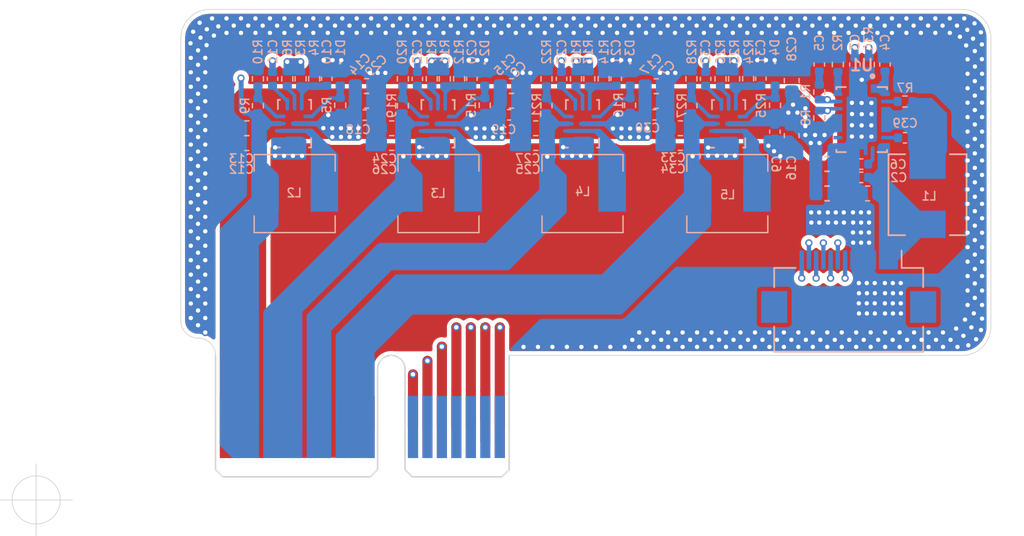
<source format=kicad_pcb>
(kicad_pcb (version 20211014) (generator pcbnew)
  (layers (0 "F.Cu" signal) (1 "In1.Cu" signal) (2 "In2.Cu" signal) (31 "B.Cu" signal) (34 "B.Paste" user) (35 "F.Paste" user) (36 "B.SilkS" user "B.Silkscreen") (37 "F.SilkS" user "F.Silkscreen") (38 "B.Mask" user) (39 "F.Mask" user) (44 "Edge.Cuts" user))
  (net 0 "")
  (net 1 "GND")
  (net 2 "5V")
  (net 3 "1.2V")
  (net 4 "1.5V")
  (net 5 "2.5V")
  (net 6 "3.3V")
  (net 7 "BAT+")
  (net 8 "Net-(C3-Pad1)")
  (net 9 "Net-(C4-Pad1)")
  (net 10 "Net-(C5-Pad1)")
  (net 11 "Net-(C6-Pad1)")
  (net 12 "Net-(C39-Pad1)")
  (net 13 "Net-(R2-Pad1)")
  (net 14 "Net-(R7-Pad1)")
  (net 15 "Net-(R34-Pad2)")
  (net 16 "Net-(C39-Pad2)")
  (net 17 "REG_EN2")
  (net 18 "REG_EN1")
  (net 19 "REG_CHG")
  (net 20 "REG_POWER")
  (net 21 "BAT_ISET")
  (net 22 "BAT_PG")
  (net 23 "BAT_CHG")
  (net 24 "Net-(C11-Pad2)")
  (net 25 "Net-(C22-Pad2)")
  (net 26 "Net-(C23-Pad2)")
  (net 27 "Net-(C32-Pad2)")
  (net 28 "Net-(L2-Pad1)")
  (net 29 "Net-(L3-Pad1)")
  (net 30 "Net-(L4-Pad1)")
  (net 31 "Net-(L5-Pad1)")
  (net 32 "Net-(R6-Pad2)")
  (net 33 "Net-(R10-Pad1)")
  (net 34 "Net-(R17-Pad2)")
  (net 35 "Net-(R18-Pad2)")
  (net 36 "Net-(R19-Pad2)")
  (net 37 "Net-(R21-Pad2)")
  (net 38 "Net-(R26-Pad2)")
  (net 39 "Net-(R27-Pad2)")
  (net 40 "PG_1.2")
  (net 41 "PG_1.5")
  (net 42 "PG_2.5")
  (net 43 "PG_3.3")
  (net 44 "Net-(C10-Pad1)")
  (net 45 "Net-(C20-Pad1)")
  (net 46 "Net-(C21-Pad1)")
  (net 47 "Net-(C31-Pad1)")
  (footprint "Connector_PCBEdge:BUS_PCIexpress_x1" (layer "F.Cu") (at 111.97 120.21)
    (fp_text reference "PCI1" hide)
    (fp_text value "Conn_02x18_Row_Letter_First")
    (fp_line (start 12.95 3.45) (end 19.15 3.45) (layer "Edge.Cuts") (width 0.1))
    (fp_line (start 10.55 -4) (end 10.55 2.95) (layer "Edge.Cuts") (width 0.1))
    (fp_line (start -0.65 2.95) (end -0.15 3.45) (layer "Edge.Cuts") (width 0.1))
    (fp_line (start 10.55 2.95) (end 10.05 3.45) (layer "Edge.Cuts") (width 0.1))
    (fp_line (start 19.65 2.95) (end 19.15 3.45) (layer "Edge.Cuts") (width 0.1))
    (fp_line (start -0.15 3.45) (end 10.05 3.45) (layer "Edge.Cuts") (width 0.1))
    (fp_line (start 12.45 2.95) (end 12.95 3.45) (layer "Edge.Cuts") (width 0.1))
    (fp_line (start 19.65 -4.95) (end 19.65 2.95) (layer "Edge.Cuts") (width 0.1))
    (fp_line (start 12.45 -4) (end 12.45 2.95) (layer "Edge.Cuts") (width 0.1))
    (fp_line (start -0.65 -4.95) (end -0.65 2.95) (layer "Edge.Cuts") (width 0.1))
    (fp_arc (start 10.55 -4) (mid 11.5 -4.95) (end 12.45 -4) (layer "Edge.Cuts") (width 0.1))
  )
  (footprint "Capacitor_SMD:C_0603_1608Metric" (layer "B.Cu") (at 156.4 104.05 180)
    (fp_text reference "C1" hide)
    (fp_text value "10uF")
  )
  (footprint "Capacitor_SMD:C_0402_1005Metric" (layer "B.Cu") (at 155.96 102.94 180)
    (fp_text reference "C2")
    (fp_text value "0.1uF")
  )
  (footprint "Capacitor_SMD:C_0402_1005Metric" (layer "B.Cu") (at 155.52 95.13 -90)
    (fp_text reference "C3")
    (fp_text value "47pF")
  )
  (footprint "Capacitor_SMD:C_0402_1005Metric" (layer "B.Cu") (at 157.6 95.13 90)
    (fp_text reference "C4")
    (fp_text value "1uF")
  )
  (footprint "Capacitor_SMD:C_0402_1005Metric" (layer "B.Cu") (at 153.06 95.13 90)
    (fp_text reference "C5")
    (fp_text value "1nF")
  )
  (footprint "Capacitor_SMD:C_0402_1005Metric" (layer "B.Cu") (at 155.96 102.02 180)
    (fp_text reference "C6")
    (fp_text value "8.2nF")
  )
  (footprint "Capacitor_SMD:C_0402_1005Metric" (layer "B.Cu") (at 158.98 100.2)
    (fp_text reference "C39")
    (fp_text value "0.1uF")
  )
  (footprint "Capacitor_SMD:C_0603_1608Metric" (layer "B.Cu") (at 153.59 102.01)
    (fp_text reference "C40" hide)
    (fp_text value "22uF")
  )
  (footprint "Capacitor_SMD:C_0603_1608Metric" (layer "B.Cu") (at 153.6 103.03)
    (fp_text reference "C41" hide)
    (fp_text value "22uF")
  )
  (footprint "Inductor_SMD:L_Sunlord_MWSA0518_5.4x5.2mm" (layer "B.Cu") (at 160.54 104.14 90)
    (fp_text reference "L1")
    (fp_text value "1uH")
  )
  (footprint "Resistor_SMD:R_0402_1005Metric" (layer "B.Cu") (at 153.06 97.04 90)
    (fp_text reference "R1")
    (fp_text value "23.7K")
  )
  (footprint "Resistor_SMD:R_0402_1005Metric" (layer "B.Cu") (at 154.34 95.13 90)
    (fp_text reference "R2")
    (fp_text value "113K")
  )
  (footprint "Resistor_SMD:R_0402_1005Metric" (layer "B.Cu") (at 158.98 97.69)
    (fp_text reference "R7")
    (fp_text value "267K")
  )
  (footprint "Resistor_SMD:R_0402_1005Metric" (layer "B.Cu") (at 153.06 98.83 -90)
    (fp_text reference "R8")
    (fp_text value "220K")
  )
  (footprint "Resistor_SMD:R_0402_1005Metric" (layer "B.Cu") (at 156.48 95.13 90)
    (fp_text reference "R34")
    (fp_text value "69.8K")
  )
  (footprint "Lib:IC_TPS61088RHLR" (layer "B.Cu") (at 155.99 98.94 180)
    (fp_text reference "U1")
    (fp_text value "TPS61088RHLR")
  )
  (footprint "Connector_FFC-FPC:Hirose_FH12-14S-0.5SH_1x14-1MP_P0.50mm_Horizontal" (layer "B.Cu") (at 155.09 110.505 180)
    (fp_text reference "J1" hide)
    (fp_text value "Conn_01x14")
  )
  (footprint "Capacitor_SMD:C_0603_1608Metric" (layer "B.Cu") (at 153.6 104.05)
    (fp_text reference "C42" hide)
    (fp_text value "22uF")
  )
  (footprint "Capacitor_SMD:C_0603_1608Metric" (layer "B.Cu") (at 141.79 96.63)
    (fp_text reference "C7")
    (fp_text value "10uF")
  )
  (footprint "Capacitor_SMD:C_0603_1608Metric" (layer "B.Cu") (at 131.78 97.64)
    (fp_text reference "C8")
    (fp_text value "10uF")
  )
  (footprint "Capacitor_SMD:C_0402_1005Metric" (layer "B.Cu") (at 149.99 99.78 -90)
    (fp_text reference "C9")
    (fp_text value "0.1uF")
  )
  (footprint "Capacitor_SMD:C_0402_1005Metric" (layer "B.Cu") (at 119.01 96.12 90)
    (fp_text reference "C10")
    (fp_text value "1uF")
  )
  (footprint "Capacitor_SMD:C_0402_1005Metric" (layer "B.Cu") (at 115.26 96.12 -90)
    (fp_text reference "C11")
    (fp_text value "NS")
  )
  (footprint "Capacitor_SMD:C_0603_1608Metric" (layer "B.Cu") (at 113.49 99.539999 180)
    (fp_text reference "C12")
    (fp_text value "22uF")
  )
  (footprint "Capacitor_SMD:C_0603_1608Metric" (layer "B.Cu") (at 113.475 100.57 180)
    (fp_text reference "C13")
    (fp_text value "22uF")
  )
  (footprint "Capacitor_SMD:C_0603_1608Metric" (layer "B.Cu") (at 121.76 96.62)
    (fp_text reference "C14")
    (fp_text value "10uF")
  )
  (footprint "Capacitor_SMD:C_0603_1608Metric" (layer "B.Cu") (at 131.779999 96.620001)
    (fp_text reference "C15")
    (fp_text value "10uF")
  )
  (footprint "Capacitor_SMD:C_0603_1608Metric" (layer "B.Cu") (at 151.15 100.05 -90)
    (fp_text reference "C16")
    (fp_text value "10uF")
  )
  (footprint "Capacitor_SMD:C_0603_1608Metric" (layer "B.Cu") (at 141.79 97.65)
    (fp_text reference "C17")
    (fp_text value "10uF")
  )
  (footprint "Capacitor_SMD:C_0402_1005Metric" (layer "B.Cu") (at 121.63 98.63)
    (fp_text reference "C18")
    (fp_text value "0.1uF")
  )
  (footprint "Capacitor_SMD:C_0402_1005Metric" (layer "B.Cu") (at 131.61 98.61)
    (fp_text reference "C19")
    (fp_text value "0.1uF")
  )
  (footprint "Capacitor_SMD:C_0402_1005Metric" (layer "B.Cu") (at 129.039999 96.12 90)
    (fp_text reference "C20")
    (fp_text value "1uF")
  )
  (footprint "Capacitor_SMD:C_0402_1005Metric" (layer "B.Cu") (at 139.02 96.12 90)
    (fp_text reference "C21")
    (fp_text value "1uF")
  )
  (footprint "Capacitor_SMD:C_0402_1005Metric" (layer "B.Cu") (at 125.27 96.12 -90)
    (fp_text reference "C22")
    (fp_text value "NS")
  )
  (footprint "Capacitor_SMD:C_0402_1005Metric" (layer "B.Cu") (at 135.24 96.12 -90)
    (fp_text reference "C23")
    (fp_text value "NS")
  )
  (footprint "Capacitor_SMD:C_0603_1608Metric" (layer "B.Cu") (at 123.5 100.56 180)
    (fp_text reference "C24")
    (fp_text value "22uF")
  )
  (footprint "Capacitor_SMD:C_0603_1608Metric" (layer "B.Cu") (at 133.46 99.539999 180)
    (fp_text reference "C25")
    (fp_text value "22uF")
  )
  (footprint "Capacitor_SMD:C_0603_1608Metric" (layer "B.Cu") (at 123.5 99.539999 180)
    (fp_text reference "C26")
    (fp_text value "22uF")
  )
  (footprint "Capacitor_SMD:C_0603_1608Metric" (layer "B.Cu") (at 133.46 100.56 180)
    (fp_text reference "C27")
    (fp_text value "22uF")
  )
  (footprint "Capacitor_SMD:C_0603_1608Metric" (layer "B.Cu") (at 151.15 96.24 90)
    (fp_text reference "C28")
    (fp_text value "10uF")
  )
  (footprint "Capacitor_SMD:C_0603_1608Metric" (layer "B.Cu") (at 121.76 97.64)
    (fp_text reference "C29")
    (fp_text value "10uF")
  )
  (footprint "Capacitor_SMD:C_0402_1005Metric" (layer "B.Cu") (at 141.66 98.61)
    (fp_text reference "C30")
    (fp_text value "0.1uF")
  )
  (footprint "Capacitor_SMD:C_0402_1005Metric" (layer "B.Cu") (at 149.02 96.11 90)
    (fp_text reference "C31")
    (fp_text value "1uF")
  )
  (footprint "Capacitor_SMD:C_0402_1005Metric" (layer "B.Cu") (at 145.2 96.12 -90)
    (fp_text reference "C32")
    (fp_text value "NS")
  )
  (footprint "Capacitor_SMD:C_0603_1608Metric" (layer "B.Cu") (at 143.46 100.56 180)
    (fp_text reference "C33")
    (fp_text value "22uF")
  )
  (footprint "Capacitor_SMD:C_0603_1608Metric" (layer "B.Cu") (at 143.46 99.539999 180)
    (fp_text reference "C34")
    (fp_text value "22uF")
  )
  (footprint "Inductor_SMD:L_Sunlord_MWSA0518_5.4x5.2mm" (layer "B.Cu") (at 116.79 104.06 180)
    (fp_text reference "L2")
    (fp_text value "0.47uH")
  )
  (footprint "Inductor_SMD:L_Sunlord_MWSA0518_5.4x5.2mm" (layer "B.Cu") (at 126.73 104.06 180)
    (fp_text reference "L3")
    (fp_text value "0.47uH")
  )
  (footprint "Inductor_SMD:L_Sunlord_MWSA0518_5.4x5.2mm" (layer "B.Cu") (at 136.69 104.06 180)
    (fp_text reference "L4")
    (fp_text value "0.47uH")
  )
  (footprint "Inductor_SMD:L_Sunlord_MWSA0518_5.4x5.2mm" (layer "B.Cu") (at 146.7 104.06 180)
    (fp_text reference "L5")
    (fp_text value "0.47uH")
  )
  (footprint "Resistor_SMD:R_0402_1005Metric" (layer "B.Cu") (at 117.2 96.12 -90)
    (fp_text reference "R3")
    (fp_text value "NS/200K")
  )
  (footprint "Resistor_SMD:R_0402_1005Metric" (layer "B.Cu") (at 118.14 96.12 90)
    (fp_text reference "R4")
    (fp_text value "100K")
  )
  (footprint "Resistor_SMD:R_0402_1005Metric" (layer "B.Cu") (at 119.94 97.95 90)
    (fp_text reference "R5")
    (fp_text value "2K")
  )
  (footprint "Resistor_SMD:R_0402_1005Metric" (layer "B.Cu") (at 116.28 96.12 -90)
    (fp_text reference "R6")
    (fp_text value "100K")
  )
  (footprint "Resistor_SMD:R_0402_1005Metric" (layer "B.Cu") (at 114.25 97.98 90)
    (fp_text reference "R9")
    (fp_text value "200K")
  )
  (footprint "Resistor_SMD:R_0402_1005Metric" (layer "B.Cu") (at 114.25 96.12 90)
    (fp_text reference "R10")
    (fp_text value "200K")
  )
  (footprint "Resistor_SMD:R_0402_1005Metric" (layer "B.Cu") (at 127.17 96.12 -90)
    (fp_text reference "R11")
    (fp_text value "NS/200K")
  )
  (footprint "Resistor_SMD:R_0402_1005Metric" (layer "B.Cu") (at 128.159999 96.12 90)
    (fp_text reference "R12")
    (fp_text value "100K")
  )
  (footprint "Resistor_SMD:R_0402_1005Metric" (layer "B.Cu") (at 137.16 96.12 -90)
    (fp_text reference "R13")
    (fp_text value "NS/200K")
  )
  (footprint "Resistor_SMD:R_0402_1005Metric" (layer "B.Cu") (at 138.15 96.12 90)
    (fp_text reference "R14")
    (fp_text value "100K")
  )
  (footprint "Resistor_SMD:R_0402_1005Metric" (layer "B.Cu") (at 129.93 97.95 90)
    (fp_text reference "R15")
    (fp_text value "2K")
  )
  (footprint "Resistor_SMD:R_0402_1005Metric" (layer "B.Cu") (at 139.98 97.95 90)
    (fp_text reference "R16")
    (fp_text value "2K")
  )
  (footprint "Resistor_SMD:R_0402_1005Metric" (layer "B.Cu") (at 126.270001 96.12 -90)
    (fp_text reference "R17")
    (fp_text value "100K")
  )
  (footprint "Resistor_SMD:R_0402_1005Metric" (layer "B.Cu") (at 136.24 96.12 -90)
    (fp_text reference "R18")
    (fp_text value "100K")
  )
  (footprint "Resistor_SMD:R_0402_1005Metric" (layer "B.Cu") (at 124.269999 97.98 90)
    (fp_text reference "R19")
    (fp_text value "200K")
  )
  (footprint "Resistor_SMD:R_0402_1005Metric" (layer "B.Cu") (at 124.27 96.12 90)
    (fp_text reference "R20")
    (fp_text value "133.3K")
  )
  (footprint "Resistor_SMD:R_0402_1005Metric" (layer "B.Cu") (at 134.2 97.98 90)
    (fp_text reference "R21")
    (fp_text value "200K")
  )
  (footprint "Resistor_SMD:R_0402_1005Metric" (layer "B.Cu") (at 134.2 96.12 90)
    (fp_text reference "R22")
    (fp_text value "63.2K")
  )
  (footprint "Resistor_SMD:R_0402_1005Metric" (layer "B.Cu") (at 147.17 96.12 -90)
    (fp_text reference "R23")
    (fp_text value "NS/200K")
  )
  (footprint "Resistor_SMD:R_0402_1005Metric" (layer "B.Cu") (at 148.14 96.11 90)
    (fp_text reference "R24")
    (fp_text value "100K")
  )
  (footprint "Resistor_SMD:R_0402_1005Metric" (layer "B.Cu") (at 150 97.95 90)
    (fp_text reference "R25")
    (fp_text value "2K")
  )
  (footprint "Resistor_SMD:R_0402_1005Metric" (layer "B.Cu") (at 146.23 96.12 -90)
    (fp_text reference "R26")
    (fp_text value "100K")
  )
  (footprint "Resistor_SMD:R_0402_1005Metric" (layer "B.Cu") (at 144.22 97.98 90)
    (fp_text reference "R27")
    (fp_text value "200K")
  )
  (footprint "Resistor_SMD:R_0402_1005Metric" (layer "B.Cu") (at 144.22 96.12 90)
    (fp_text reference "R28")
    (fp_text value "44.2K")
  )
  (footprint "Lib:MP2145" (layer "B.Cu") (at 116.78 99.22)
    (fp_text reference "U2" hide)
    (fp_text value "MP214x")
  )
  (footprint "Lib:MP2145" (layer "B.Cu") (at 126.7 99.230001)
    (fp_text reference "U3" hide)
    (fp_text value "MP214x")
  )
  (footprint "Lib:MP2145" (layer "B.Cu") (at 136.69 99.230001)
    (fp_text reference "U4" hide)
    (fp_text value "MP214x")
  )
  (footprint "Lib:MP2145" (layer "B.Cu") (at 146.79 99.230001)
    (fp_text reference "U5" hide)
    (fp_text value "MP214x")
  )
  (footprint "LED_SMD:LED_0402_1005Metric" (layer "B.Cu") (at 119.94 96.12 -90)
    (fp_text reference "D1")
    (fp_text value "LED")
  )
  (footprint "LED_SMD:LED_0402_1005Metric" (layer "B.Cu") (at 129.93 96.14 -90)
    (fp_text reference "D2")
    (fp_text value "LED")
  )
  (footprint "LED_SMD:LED_0402_1005Metric" (layer "B.Cu") (at 139.98 96.12 -90)
    (fp_text reference "D3")
    (fp_text value "LED")
  )
  (footprint "LED_SMD:LED_0402_1005Metric" (layer "B.Cu") (at 150 96.11 -90)
    (fp_text reference "D4")
    (fp_text value "LED")
  )
  (footprint "Lib:pad-6-1.5" (layer "B.Cu") (at 157.56 92.45 180)
    (fp_text reference "J2" hide)
    (fp_text value "Conn_01x01")
  )
  (footprint "Lib:pad-6-1.5" (layer "B.Cu") (at 163.84 108.4 90)
    (fp_text reference "J3" hide)
    (fp_text value "Conn_01x01")
  )
  (footprint "Lib:pad-6-1.5" (layer "B.Cu") (at 143.853334 92.45 180)
    (fp_text reference "J4" hide)
    (fp_text value "Conn_01x01")
  )
  (footprint "Lib:pad-6-1.5" (layer "B.Cu") (at 163.84 99.04 90)
    (fp_text reference "J6" hide)
    (fp_text value "Conn_01x01")
  )
  (footprint "Lib:pad-6-1.5" (layer "B.Cu") (at 110.11 108.4 90)
    (fp_text reference "J7" hide)
    (fp_text value "Conn_01x01")
  )
  (footprint "Lib:pad-6-1.5" (layer "B.Cu") (at 130.146668 92.45 180)
    (fp_text reference "J8" hide)
    (fp_text value "Conn_01x01")
  )
  (footprint "Lib:pad-6-1.5" (layer "B.Cu") (at 143.853334 114.17 180)
    (fp_text reference "J9" hide)
    (fp_text value "Conn_01x01")
  )
  (footprint "Lib:pad-6-1.5" (layer "B.Cu") (at 110.11 98.73 90)
    (fp_text reference "J10" hide)
    (fp_text value "Conn_01x01")
  )
  (footprint "Lib:pad-6-1.5" (layer "B.Cu") (at 116.44 92.45 180)
    (fp_text reference "J11" hide)
    (fp_text value "Conn_01x01")
  )
  (gr_line (start 162.92 91.319376) (end 110.92 91.319376) (layer "Edge.Cuts") (width 0.05))
  (gr_line (start 164.920624 93.32) (end 164.92 113.26) (layer "Edge.Cuts") (width 0.05))
  (gr_line (start 131.62 115.26) (end 162.919376 115.260624) (layer "Edge.Cuts") (width 0.05))
  (gr_arc (start 162.92 91.319376) (mid 164.334655 91.905345) (end 164.920624 93.32) (layer "Edge.Cuts") (width 0.05))
  (gr_arc (start 108.919376 93.32) (mid 109.505345 91.905345) (end 110.92 91.319376) (layer "Edge.Cuts") (width 0.05))
  (gr_arc (start 110.119334 114.059334) (mid 109.270335 113.707667) (end 108.918668 112.858668) (layer "Edge.Cuts") (width 0.05))
  (gr_arc (start 164.92 113.26) (mid 164.334031 114.674655) (end 162.919376 115.260624) (layer "Edge.Cuts") (width 0.05))
  (gr_arc (start 110.119334 114.059334) (mid 110.968333 114.411001) (end 111.32 115.26) (layer "Edge.Cuts") (width 0.05))
  (gr_line (start 108.919376 93.32) (end 108.918668 112.858668) (layer "Edge.Cuts") (width 0.05))
  (target plus (at 98.92 125.26) (size 5) (width 0.05) (layer "Edge.Cuts"))
  (via (at 110.61 95.67) (size 0.5) (drill 0.3) (layers "F.Cu" "B.Cu") (net 1))
  (via (at 109.61 95.67) (size 0.5) (drill 0.3) (layers "F.Cu" "B.Cu") (net 1))
  (via (at 164.31 95.77) (size 0.5) (drill 0.3) (layers "F.Cu" "B.Cu") (net 1))
  (via (at 163.31 95.77) (size 0.5) (drill 0.3) (layers "F.Cu" "B.Cu") (net 1))
  (via (at 156.349999 110.954999) (size 0.5) (drill 0.3) (layers "F.Cu" "B.Cu") (net 1))
  (via (at 156.89 110.255) (size 0.5) (drill 0.3) (layers "F.Cu" "B.Cu") (net 1))
  (via (at 155.79 110.254999) (size 0.5) (drill 0.3) (layers "F.Cu" "B.Cu") (net 1))
  (via (at 155.8 110.954999) (size 0.5) (drill 0.3) (layers "F.Cu" "B.Cu") (net 1))
  (via (at 156.9 110.955) (size 0.5) (drill 0.3) (layers "F.Cu" "B.Cu") (net 1))
  (via (at 156.339999 110.254999) (size 0.5) (drill 0.3) (layers "F.Cu" "B.Cu") (net 1))
  (via (at 156.89 111.655) (size 0.5) (drill 0.3) (layers "F.Cu" "B.Cu") (net 1))
  (via (at 156.339999 111.654999) (size 0.5) (drill 0.3) (layers "F.Cu" "B.Cu") (net 1))
  (via (at 155.8 112.354999) (size 0.5) (drill 0.3) (layers "F.Cu" "B.Cu") (net 1))
  (via (at 156.9 112.355) (size 0.5) (drill 0.3) (layers "F.Cu" "B.Cu") (net 1))
  (via (at 155.79 111.654999) (size 0.5) (drill 0.3) (layers "F.Cu" "B.Cu") (net 1))
  (via (at 156.349999 112.354999) (size 0.5) (drill 0.3) (layers "F.Cu" "B.Cu") (net 1))
  (via (at 157.6 112.354999) (size 0.5) (drill 0.3) (layers "F.Cu" "B.Cu") (net 1))
  (via (at 158.139999 111.654999) (size 0.5) (drill 0.3) (layers "F.Cu" "B.Cu") (net 1))
  (via (at 158.69 111.655) (size 0.5) (drill 0.3) (layers "F.Cu" "B.Cu") (net 1))
  (via (at 158.7 112.355) (size 0.5) (drill 0.3) (layers "F.Cu" "B.Cu") (net 1))
  (via (at 157.59 111.654999) (size 0.5) (drill 0.3) (layers "F.Cu" "B.Cu") (net 1))
  (via (at 158.149999 112.354999) (size 0.5) (drill 0.3) (layers "F.Cu" "B.Cu") (net 1))
  (via (at 158.139999 110.254999) (size 0.5) (drill 0.3) (layers "F.Cu" "B.Cu") (net 1))
  (via (at 158.7 110.955) (size 0.5) (drill 0.3) (layers "F.Cu" "B.Cu") (net 1))
  (via (at 158.149999 110.954999) (size 0.5) (drill 0.3) (layers "F.Cu" "B.Cu") (net 1))
  (via (at 157.59 110.254999) (size 0.5) (drill 0.3) (layers "F.Cu" "B.Cu") (net 1))
  (via (at 158.69 110.255) (size 0.5) (drill 0.3) (layers "F.Cu" "B.Cu") (net 1))
  (via (at 157.6 110.954999) (size 0.5) (drill 0.3) (layers "F.Cu" "B.Cu") (net 1))
  (via (at 155.995 98.566666) (size 0.5) (drill 0.3) (layers "F.Cu" "B.Cu") (net 1))
  (via (at 156.67 98.566666) (size 0.5) (drill 0.3) (layers "F.Cu" "B.Cu") (net 1))
  (via (at 155.32 98.556666) (size 0.5) (drill 0.3) (layers "F.Cu" "B.Cu") (net 1))
  (via (at 155.985 99.343332) (size 0.5) (drill 0.3) (layers "F.Cu" "B.Cu") (net 1))
  (via (at 155.310001 99.333332) (size 0.5) (drill 0.3) (layers "F.Cu" "B.Cu") (net 1))
  (via (at 156.66 99.343332) (size 0.5) (drill 0.3) (layers "F.Cu" "B.Cu") (net 1))
  (via (at 155.31 100.11) (size 0.5) (drill 0.3) (layers "F.Cu" "B.Cu") (net 1))
  (via (at 155.985 100.12) (size 0.5) (drill 0.3) (layers "F.Cu" "B.Cu") (net 1))
  (via (at 156.66 100.12) (size 0.5) (drill 0.3) (layers "F.Cu" "B.Cu") (net 1))
  (via (at 112.08 91.94) (size 0.5) (drill 0.3) (layers "F.Cu" "B.Cu") (net 1))
  (via (at 113.08 91.94) (size 0.5) (drill 0.3) (layers "F.Cu" "B.Cu") (net 1))
  (via (at 114.08 91.94) (size 0.5) (drill 0.3) (layers "F.Cu" "B.Cu") (net 1))
  (via (at 115.08 91.94) (size 0.5) (drill 0.3) (layers "F.Cu" "B.Cu") (net 1))
  (via (at 116.08 91.94) (size 0.5) (drill 0.3) (layers "F.Cu" "B.Cu") (net 1))
  (via (at 117.08 91.94) (size 0.5) (drill 0.3) (layers "F.Cu" "B.Cu") (net 1))
  (via (at 118.08 91.94) (size 0.5) (drill 0.3) (layers "F.Cu" "B.Cu") (net 1))
  (via (at 119.08 91.94) (size 0.5) (drill 0.3) (layers "F.Cu" "B.Cu") (net 1))
  (via (at 120.08 91.94) (size 0.5) (drill 0.3) (layers "F.Cu" "B.Cu") (net 1))
  (via (at 121.08 91.94) (size 0.5) (drill 0.3) (layers "F.Cu" "B.Cu") (net 1))
  (via (at 122.08 91.94) (size 0.5) (drill 0.3) (layers "F.Cu" "B.Cu") (net 1))
  (via (at 123.08 91.94) (size 0.5) (drill 0.3) (layers "F.Cu" "B.Cu") (net 1))
  (via (at 124.08 91.94) (size 0.5) (drill 0.3) (layers "F.Cu" "B.Cu") (net 1))
  (via (at 125.08 91.94) (size 0.5) (drill 0.3) (layers "F.Cu" "B.Cu") (net 1))
  (via (at 126.08 91.94) (size 0.5) (drill 0.3) (layers "F.Cu" "B.Cu") (net 1))
  (via (at 127.08 91.94) (size 0.5) (drill 0.3) (layers "F.Cu" "B.Cu") (net 1))
  (via (at 128.08 91.94) (size 0.5) (drill 0.3) (layers "F.Cu" "B.Cu") (net 1))
  (via (at 129.08 91.94) (size 0.5) (drill 0.3) (layers "F.Cu" "B.Cu") (net 1))
  (via (at 130.08 91.94) (size 0.5) (drill 0.3) (layers "F.Cu" "B.Cu") (net 1))
  (via (at 131.08 91.94) (size 0.5) (drill 0.3) (layers "F.Cu" "B.Cu") (net 1))
  (via (at 132.08 91.94) (size 0.5) (drill 0.3) (layers "F.Cu" "B.Cu") (net 1))
  (via (at 133.08 91.94) (size 0.5) (drill 0.3) (layers "F.Cu" "B.Cu") (net 1))
  (via (at 134.08 91.94) (size 0.5) (drill 0.3) (layers "F.Cu" "B.Cu") (net 1))
  (via (at 135.08 91.94) (size 0.5) (drill 0.3) (layers "F.Cu" "B.Cu") (net 1))
  (via (at 136.08 91.94) (size 0.5) (drill 0.3) (layers "F.Cu" "B.Cu") (net 1))
  (via (at 137.08 91.94) (size 0.5) (drill 0.3) (layers "F.Cu" "B.Cu") (net 1))
  (via (at 138.08 91.94) (size 0.5) (drill 0.3) (layers "F.Cu" "B.Cu") (net 1))
  (via (at 139.08 91.94) (size 0.5) (drill 0.3) (layers "F.Cu" "B.Cu") (net 1))
  (via (at 140.08 91.94) (size 0.5) (drill 0.3) (layers "F.Cu" "B.Cu") (net 1))
  (via (at 141.08 91.94) (size 0.5) (drill 0.3) (layers "F.Cu" "B.Cu") (net 1))
  (via (at 142.08 91.94) (size 0.5) (drill 0.3) (layers "F.Cu" "B.Cu") (net 1))
  (via (at 143.08 91.94) (size 0.5) (drill 0.3) (layers "F.Cu" "B.Cu") (net 1))
  (via (at 144.08 91.94) (size 0.5) (drill 0.3) (layers "F.Cu" "B.Cu") (net 1))
  (via (at 145.08 91.94) (size 0.5) (drill 0.3) (layers "F.Cu" "B.Cu") (net 1))
  (via (at 146.08 91.94) (size 0.5) (drill 0.3) (layers "F.Cu" "B.Cu") (net 1))
  (via (at 147.08 91.94) (size 0.5) (drill 0.3) (layers "F.Cu" "B.Cu") (net 1))
  (via (at 148.08 91.94) (size 0.5) (drill 0.3) (layers "F.Cu" "B.Cu") (net 1))
  (via (at 149.08 91.94) (size 0.5) (drill 0.3) (layers "F.Cu" "B.Cu") (net 1))
  (via (at 150.08 91.94) (size 0.5) (drill 0.3) (layers "F.Cu" "B.Cu") (net 1))
  (via (at 151.08 91.94) (size 0.5) (drill 0.3) (layers "F.Cu" "B.Cu") (net 1))
  (via (at 152.08 91.94) (size 0.5) (drill 0.3) (layers "F.Cu" "B.Cu") (net 1))
  (via (at 153.08 91.94) (size 0.5) (drill 0.3) (layers "F.Cu" "B.Cu") (net 1))
  (via (at 154.08 91.94) (size 0.5) (drill 0.3) (layers "F.Cu" "B.Cu") (net 1))
  (via (at 155.08 91.94) (size 0.5) (drill 0.3) (layers "F.Cu" "B.Cu") (net 1))
  (via (at 156.08 91.94) (size 0.5) (drill 0.3) (layers "F.Cu" "B.Cu") (net 1))
  (via (at 157.08 91.94) (size 0.5) (drill 0.3) (layers "F.Cu" "B.Cu") (net 1))
  (via (at 158.08 91.94) (size 0.5) (drill 0.3) (layers "F.Cu" "B.Cu") (net 1))
  (via (at 159.08 91.94) (size 0.5) (drill 0.3) (layers "F.Cu" "B.Cu") (net 1))
  (via (at 160.08 91.94) (size 0.5) (drill 0.3) (layers "F.Cu" "B.Cu") (net 1))
  (via (at 111.21 93.13) (size 0.5) (drill 0.3) (layers "F.Cu" "B.Cu") (net 1))
  (via (at 112.08 92.94) (size 0.5) (drill 0.3) (layers "F.Cu" "B.Cu") (net 1))
  (via (at 113.08 92.94) (size 0.5) (drill 0.3) (layers "F.Cu" "B.Cu") (net 1))
  (via (at 114.08 92.94) (size 0.5) (drill 0.3) (layers "F.Cu" "B.Cu") (net 1))
  (via (at 115.08 92.94) (size 0.5) (drill 0.3) (layers "F.Cu" "B.Cu") (net 1))
  (via (at 116.08 92.94) (size 0.5) (drill 0.3) (layers "F.Cu" "B.Cu") (net 1))
  (via (at 117.08 92.94) (size 0.5) (drill 0.3) (layers "F.Cu" "B.Cu") (net 1))
  (via (at 118.08 92.94) (size 0.5) (drill 0.3) (layers "F.Cu" "B.Cu") (net 1))
  (via (at 119.08 92.94) (size 0.5) (drill 0.3) (layers "F.Cu" "B.Cu") (net 1))
  (via (at 120.08 92.94) (size 0.5) (drill 0.3) (layers "F.Cu" "B.Cu") (net 1))
  (via (at 121.08 92.94) (size 0.5) (drill 0.3) (layers "F.Cu" "B.Cu") (net 1))
  (via (at 122.08 92.94) (size 0.5) (drill 0.3) (layers "F.Cu" "B.Cu") (net 1))
  (via (at 123.08 92.94) (size 0.5) (drill 0.3) (layers "F.Cu" "B.Cu") (net 1))
  (via (at 124.08 92.94) (size 0.5) (drill 0.3) (layers "F.Cu" "B.Cu") (net 1))
  (via (at 125.08 92.94) (size 0.5) (drill 0.3) (layers "F.Cu" "B.Cu") (net 1))
  (via (at 126.08 92.94) (size 0.5) (drill 0.3) (layers "F.Cu" "B.Cu") (net 1))
  (via (at 127.08 92.94) (size 0.5) (drill 0.3) (layers "F.Cu" "B.Cu") (net 1))
  (via (at 128.08 92.94) (size 0.5) (drill 0.3) (layers "F.Cu" "B.Cu") (net 1))
  (via (at 129.08 92.94) (size 0.5) (drill 0.3) (layers "F.Cu" "B.Cu") (net 1))
  (via (at 130.08 92.94) (size 0.5) (drill 0.3) (layers "F.Cu" "B.Cu") (net 1))
  (via (at 131.08 92.94) (size 0.5) (drill 0.3) (layers "F.Cu" "B.Cu") (net 1))
  (via (at 132.08 92.94) (size 0.5) (drill 0.3) (layers "F.Cu" "B.Cu") (net 1))
  (via (at 133.08 92.94) (size 0.5) (drill 0.3) (layers "F.Cu" "B.Cu") (net 1))
  (via (at 134.08 92.94) (size 0.5) (drill 0.3) (layers "F.Cu" "B.Cu") (net 1))
  (via (at 135.08 92.94) (size 0.5) (drill 0.3) (layers "F.Cu" "B.Cu") (net 1))
  (via (at 136.08 92.94) (size 0.5) (drill 0.3) (layers "F.Cu" "B.Cu") (net 1))
  (via (at 137.08 92.94) (size 0.5) (drill 0.3) (layers "F.Cu" "B.Cu") (net 1))
  (via (at 138.08 92.94) (size 0.5) (drill 0.3) (layers "F.Cu" "B.Cu") (net 1))
  (via (at 139.08 92.94) (size 0.5) (drill 0.3) (layers "F.Cu" "B.Cu") (net 1))
  (via (at 140.08 92.94) (size 0.5) (drill 0.3) (layers "F.Cu" "B.Cu") (net 1))
  (via (at 141.08 92.94) (size 0.5) (drill 0.3) (layers "F.Cu" "B.Cu") (net 1))
  (via (at 142.08 92.94) (size 0.5) (drill 0.3) (layers "F.Cu" "B.Cu") (net 1))
  (via (at 143.08 92.94) (size 0.5) (drill 0.3) (layers "F.Cu" "B.Cu") (net 1))
  (via (at 144.08 92.94) (size 0.5) (drill 0.3) (layers "F.Cu" "B.Cu") (net 1))
  (via (at 145.08 92.94) (size 0.5) (drill 0.3) (layers "F.Cu" "B.Cu") (net 1))
  (via (at 146.08 92.94) (size 0.5) (drill 0.3) (layers "F.Cu" "B.Cu") (net 1))
  (via (at 147.08 92.94) (size 0.5) (drill 0.3) (layers "F.Cu" "B.Cu") (net 1))
  (via (at 148.08 92.94) (size 0.5) (drill 0.3) (layers "F.Cu" "B.Cu") (net 1))
  (via (at 149.08 92.94) (size 0.5) (drill 0.3) (layers "F.Cu" "B.Cu") (net 1))
  (via (at 150.08 92.94) (size 0.5) (drill 0.3) (layers "F.Cu" "B.Cu") (net 1))
  (via (at 151.08 92.94) (size 0.5) (drill 0.3) (layers "F.Cu" "B.Cu") (net 1))
  (via (at 152.08 92.94) (size 0.5) (drill 0.3) (layers "F.Cu" "B.Cu") (net 1))
  (via (at 153.08 92.94) (size 0.5) (drill 0.3) (layers "F.Cu" "B.Cu") (net 1))
  (via (at 154.08 92.94) (size 0.5) (drill 0.3) (layers "F.Cu" "B.Cu") (net 1))
  (via (at 155.08 92.94) (size 0.5) (drill 0.3) (layers "F.Cu" "B.Cu") (net 1))
  (via (at 156.08 92.94) (size 0.5) (drill 0.3) (layers "F.Cu" "B.Cu") (net 1))
  (via (at 157.08 92.94) (size 0.5) (drill 0.3) (layers "F.Cu" "B.Cu") (net 1))
  (via (at 158.08 92.94) (size 0.5) (drill 0.3) (layers "F.Cu" "B.Cu") (net 1))
  (via (at 159.08 92.94) (size 0.5) (drill 0.3) (layers "F.Cu" "B.Cu") (net 1))
  (via (at 160.08 92.94) (size 0.5) (drill 0.3) (layers "F.Cu" "B.Cu") (net 1))
  (via (at 161.08 92.94) (size 0.5) (drill 0.3) (layers "F.Cu" "B.Cu") (net 1))
  (via (at 161.08 91.94) (size 0.5) (drill 0.3) (layers "F.Cu" "B.Cu") (net 1))
  (via (at 162.08 92.94) (size 0.5) (drill 0.3) (layers "F.Cu" "B.Cu") (net 1))
  (via (at 162.08 91.94) (size 0.5) (drill 0.3) (layers "F.Cu" "B.Cu") (net 1))
  (via (at 162.78 93.21) (size 0.5) (drill 0.3) (layers "F.Cu" "B.Cu") (net 1))
  (via (at 163.08 91.94) (size 0.5) (drill 0.3) (layers "F.Cu" "B.Cu") (net 1))
  (via (at 110.22 92.24) (size 0.5) (drill 0.3) (layers "F.Cu" "B.Cu") (net 1))
  (via (at 109.59 93.66) (size 0.5) (drill 0.3) (layers "F.Cu" "B.Cu") (net 1))
  (via (at 110.7 93.79) (size 0.5) (drill 0.3) (layers "F.Cu" "B.Cu") (net 1))
  (via (at 109.61 94.67) (size 0.5) (drill 0.3) (layers "F.Cu" "B.Cu") (net 1))
  (via (at 110.61 94.67) (size 0.5) (drill 0.3) (layers "F.Cu" "B.Cu") (net 1))
  (via (at 109.61 96.67) (size 0.5) (drill 0.3) (layers "F.Cu" "B.Cu") (net 1))
  (via (at 110.61 96.67) (size 0.5) (drill 0.3) (layers "F.Cu" "B.Cu") (net 1))
  (via (at 109.61 97.67) (size 0.5) (drill 0.3) (layers "F.Cu" "B.Cu") (net 1))
  (via (at 110.61 97.67) (size 0.5) (drill 0.3) (layers "F.Cu" "B.Cu") (net 1))
  (via (at 109.61 98.67) (size 0.5) (drill 0.3) (layers "F.Cu" "B.Cu") (net 1))
  (via (at 110.61 98.67) (size 0.5) (drill 0.3) (layers "F.Cu" "B.Cu") (net 1))
  (via (at 109.61 99.67) (size 0.5) (drill 0.3) (layers "F.Cu" "B.Cu") (net 1))
  (via (at 110.61 99.67) (size 0.5) (drill 0.3) (layers "F.Cu" "B.Cu") (net 1))
  (via (at 109.61 100.67) (size 0.5) (drill 0.3) (layers "F.Cu" "B.Cu") (net 1))
  (via (at 110.61 100.67) (size 0.5) (drill 0.3) (layers "F.Cu" "B.Cu") (net 1))
  (via (at 109.61 101.67) (size 0.5) (drill 0.3) (layers "F.Cu" "B.Cu") (net 1))
  (via (at 110.61 101.67) (size 0.5) (drill 0.3) (layers "F.Cu" "B.Cu") (net 1))
  (via (at 109.61 102.67) (size 0.5) (drill 0.3) (layers "F.Cu" "B.Cu") (net 1))
  (via (at 110.61 102.67) (size 0.5) (drill 0.3) (layers "F.Cu" "B.Cu") (net 1))
  (via (at 109.61 103.67) (size 0.5) (drill 0.3) (layers "F.Cu" "B.Cu") (net 1))
  (via (at 110.61 103.67) (size 0.5) (drill 0.3) (layers "F.Cu" "B.Cu") (net 1))
  (via (at 109.61 104.67) (size 0.5) (drill 0.3) (layers "F.Cu" "B.Cu") (net 1))
  (via (at 110.61 104.67) (size 0.5) (drill 0.3) (layers "F.Cu" "B.Cu") (net 1))
  (via (at 109.61 105.67) (size 0.5) (drill 0.3) (layers "F.Cu" "B.Cu") (net 1))
  (via (at 110.61 105.67) (size 0.5) (drill 0.3) (layers "F.Cu" "B.Cu") (net 1))
  (via (at 109.61 106.67) (size 0.5) (drill 0.3) (layers "F.Cu" "B.Cu") (net 1))
  (via (at 110.61 106.67) (size 0.5) (drill 0.3) (layers "F.Cu" "B.Cu") (net 1))
  (via (at 109.61 107.67) (size 0.5) (drill 0.3) (layers "F.Cu" "B.Cu") (net 1))
  (via (at 110.61 107.67) (size 0.5) (drill 0.3) (layers "F.Cu" "B.Cu") (net 1))
  (via (at 109.61 108.67) (size 0.5) (drill 0.3) (layers "F.Cu" "B.Cu") (net 1))
  (via (at 110.61 108.67) (size 0.5) (drill 0.3) (layers "F.Cu" "B.Cu") (net 1))
  (via (at 109.61 109.67) (size 0.5) (drill 0.3) (layers "F.Cu" "B.Cu") (net 1))
  (via (at 110.61 109.67) (size 0.5) (drill 0.3) (layers "F.Cu" "B.Cu") (net 1))
  (via (at 109.61 110.67) (size 0.5) (drill 0.3) (layers "F.Cu" "B.Cu") (net 1))
  (via (at 110.61 110.67) (size 0.5) (drill 0.3) (layers "F.Cu" "B.Cu") (net 1))
  (via (at 109.61 111.67) (size 0.5) (drill 0.3) (layers "F.Cu" "B.Cu") (net 1))
  (via (at 110.61 111.67) (size 0.5) (drill 0.3) (layers "F.Cu" "B.Cu") (net 1))
  (via (at 109.61 112.67) (size 0.5) (drill 0.3) (layers "F.Cu" "B.Cu") (net 1))
  (via (at 110.61 112.67) (size 0.5) (drill 0.3) (layers "F.Cu" "B.Cu") (net 1))
  (via (at 110.61 113.67) (size 0.5) (drill 0.3) (layers "F.Cu" "B.Cu") (net 1))
  (via (at 140.61 113.67) (size 0.5) (drill 0.3) (layers "F.Cu" "B.Cu") (net 1))
  (via (at 141.61 113.67) (size 0.5) (drill 0.3) (layers "F.Cu" "B.Cu") (net 1))
  (via (at 142.61 113.67) (size 0.5) (drill 0.3) (layers "F.Cu" "B.Cu") (net 1))
  (via (at 143.61 113.67) (size 0.5) (drill 0.3) (layers "F.Cu" "B.Cu") (net 1))
  (via (at 144.61 113.67) (size 0.5) (drill 0.3) (layers "F.Cu" "B.Cu") (net 1))
  (via (at 145.61 113.67) (size 0.5) (drill 0.3) (layers "F.Cu" "B.Cu") (net 1))
  (via (at 146.61 113.67) (size 0.5) (drill 0.3) (layers "F.Cu" "B.Cu") (net 1))
  (via (at 147.61 113.67) (size 0.5) (drill 0.3) (layers "F.Cu" "B.Cu") (net 1))
  (via (at 148.61 113.67) (size 0.5) (drill 0.3) (layers "F.Cu" "B.Cu") (net 1))
  (via (at 149.61 113.67) (size 0.5) (drill 0.3) (layers "F.Cu" "B.Cu") (net 1))
  (via (at 150.61 113.67) (size 0.5) (drill 0.3) (layers "F.Cu" "B.Cu") (net 1))
  (via (at 151.61 113.67) (size 0.5) (drill 0.3) (layers "F.Cu" "B.Cu") (net 1))
  (via (at 152.61 113.67) (size 0.5) (drill 0.3) (layers "F.Cu" "B.Cu") (net 1))
  (via (at 153.61 113.67) (size 0.5) (drill 0.3) (layers "F.Cu" "B.Cu") (net 1))
  (via (at 154.61 113.67) (size 0.5) (drill 0.3) (layers "F.Cu" "B.Cu") (net 1))
  (via (at 155.61 113.67) (size 0.5) (drill 0.3) (layers "F.Cu" "B.Cu") (net 1))
  (via (at 156.61 113.67) (size 0.5) (drill 0.3) (layers "F.Cu" "B.Cu") (net 1))
  (via (at 157.61 113.67) (size 0.5) (drill 0.3) (layers "F.Cu" "B.Cu") (net 1))
  (via (at 158.61 113.67) (size 0.5) (drill 0.3) (layers "F.Cu" "B.Cu") (net 1))
  (via (at 159.61 113.67) (size 0.5) (drill 0.3) (layers "F.Cu" "B.Cu") (net 1))
  (via (at 160.61 113.67) (size 0.5) (drill 0.3) (layers "F.Cu" "B.Cu") (net 1))
  (via (at 161.61 113.67) (size 0.5) (drill 0.3) (layers "F.Cu" "B.Cu") (net 1))
  (via (at 162.52 113.4) (size 0.5) (drill 0.3) (layers "F.Cu" "B.Cu") (net 1))
  (via (at 132.61 114.67) (size 0.5) (drill 0.3) (layers "F.Cu" "B.Cu") (net 1))
  (via (at 133.61 114.67) (size 0.5) (drill 0.3) (layers "F.Cu" "B.Cu") (net 1))
  (via (at 134.61 114.67) (size 0.5) (drill 0.3) (layers "F.Cu" "B.Cu") (net 1))
  (via (at 135.61 114.67) (size 0.5) (drill 0.3) (layers "F.Cu" "B.Cu") (net 1))
  (via (at 136.61 114.67) (size 0.5) (drill 0.3) (layers "F.Cu" "B.Cu") (net 1))
  (via (at 137.61 114.67) (size 0.5) (drill 0.3) (layers "F.Cu" "B.Cu") (net 1))
  (via (at 138.61 114.67) (size 0.5) (drill 0.3) (layers "F.Cu" "B.Cu") (net 1))
  (via (at 139.61 114.67) (size 0.5) (drill 0.3) (layers "F.Cu" "B.Cu") (net 1))
  (via (at 140.61 114.67) (size 0.5) (drill 0.3) (layers "F.Cu" "B.Cu") (net 1))
  (via (at 141.61 114.67) (size 0.5) (drill 0.3) (layers "F.Cu" "B.Cu") (net 1))
  (via (at 142.61 114.67) (size 0.5) (drill 0.3) (layers "F.Cu" "B.Cu") (net 1))
  (via (at 143.61 114.67) (size 0.5) (drill 0.3) (layers "F.Cu" "B.Cu") (net 1))
  (via (at 144.61 114.67) (size 0.5) (drill 0.3) (layers "F.Cu" "B.Cu") (net 1))
  (via (at 145.61 114.67) (size 0.5) (drill 0.3) (layers "F.Cu" "B.Cu") (net 1))
  (via (at 146.61 114.67) (size 0.5) (drill 0.3) (layers "F.Cu" "B.Cu") (net 1))
  (via (at 147.61 114.67) (size 0.5) (drill 0.3) (layers "F.Cu" "B.Cu") (net 1))
  (via (at 148.61 114.67) (size 0.5) (drill 0.3) (layers "F.Cu" "B.Cu") (net 1))
  (via (at 149.61 114.67) (size 0.5) (drill 0.3) (layers "F.Cu" "B.Cu") (net 1))
  (via (at 150.61 114.67) (size 0.5) (drill 0.3) (layers "F.Cu" "B.Cu") (net 1))
  (via (at 151.61 114.67) (size 0.5) (drill 0.3) (layers "F.Cu" "B.Cu") (net 1))
  (via (at 152.61 114.67) (size 0.5) (drill 0.3) (layers "F.Cu" "B.Cu") (net 1))
  (via (at 153.61 114.67) (size 0.5) (drill 0.3) (layers "F.Cu" "B.Cu") (net 1))
  (via (at 154.61 114.67) (size 0.5) (drill 0.3) (layers "F.Cu" "B.Cu") (net 1))
  (via (at 155.61 114.67) (size 0.5) (drill 0.3) (layers "F.Cu" "B.Cu") (net 1))
  (via (at 156.61 114.67) (size 0.5) (drill 0.3) (layers "F.Cu" "B.Cu") (net 1))
  (via (at 157.61 114.67) (size 0.5) (drill 0.3) (layers "F.Cu" "B.Cu") (net 1))
  (via (at 158.61 114.67) (size 0.5) (drill 0.3) (layers "F.Cu" "B.Cu") (net 1))
  (via (at 159.61 114.67) (size 0.5) (drill 0.3) (layers "F.Cu" "B.Cu") (net 1))
  (via (at 160.61 114.67) (size 0.5) (drill 0.3) (layers "F.Cu" "B.Cu") (net 1))
  (via (at 161.61 114.67) (size 0.5) (drill 0.3) (layers "F.Cu" "B.Cu") (net 1))
  (via (at 162.61 114.67) (size 0.5) (drill 0.3) (layers "F.Cu" "B.Cu") (net 1))
  (via (at 163.79 92.28) (size 0.5) (drill 0.3) (layers "F.Cu" "B.Cu") (net 1))
  (via (at 163.21 93.81) (size 0.5) (drill 0.3) (layers "F.Cu" "B.Cu") (net 1))
  (via (at 164.3 93.74) (size 0.5) (drill 0.3) (layers "F.Cu" "B.Cu") (net 1))
  (via (at 163.31 94.77) (size 0.5) (drill 0.3) (layers "F.Cu" "B.Cu") (net 1))
  (via (at 164.3 94.76) (size 0.5) (drill 0.3) (layers "F.Cu" "B.Cu") (net 1))
  (via (at 163.31 96.77) (size 0.5) (drill 0.3) (layers "F.Cu" "B.Cu") (net 1))
  (via (at 164.31 96.77) (size 0.5) (drill 0.3) (layers "F.Cu" "B.Cu") (net 1))
  (via (at 163.31 97.77) (size 0.5) (drill 0.3) (layers "F.Cu" "B.Cu") (net 1))
  (via (at 164.31 97.77) (size 0.5) (drill 0.3) (layers "F.Cu" "B.Cu") (net 1))
  (via (at 163.31 98.77) (size 0.5) (drill 0.3) (layers "F.Cu" "B.Cu") (net 1))
  (via (at 164.31 98.77) (size 0.5) (drill 0.3) (layers "F.Cu" "B.Cu") (net 1))
  (via (at 163.31 99.77) (size 0.5) (drill 0.3) (layers "F.Cu" "B.Cu") (net 1))
  (via (at 164.31 99.77) (size 0.5) (drill 0.3) (layers "F.Cu" "B.Cu") (net 1))
  (via (at 163.31 100.77) (size 0.5) (drill 0.3) (layers "F.Cu" "B.Cu") (net 1))
  (via (at 164.31 100.77) (size 0.5) (drill 0.3) (layers "F.Cu" "B.Cu") (net 1))
  (via (at 163.31 101.77) (size 0.5) (drill 0.3) (layers "F.Cu" "B.Cu") (net 1))
  (via (at 164.31 101.77) (size 0.5) (drill 0.3) (layers "F.Cu" "B.Cu") (net 1))
  (via (at 163.31 102.77) (size 0.5) (drill 0.3) (layers "F.Cu" "B.Cu") (net 1))
  (via (at 164.31 102.77) (size 0.5) (drill 0.3) (layers "F.Cu" "B.Cu") (net 1))
  (via (at 163.31 103.77) (size 0.5) (drill 0.3) (layers "F.Cu" "B.Cu") (net 1))
  (via (at 164.31 103.77) (size 0.5) (drill 0.3) (layers "F.Cu" "B.Cu") (net 1))
  (via (at 163.31 104.77) (size 0.5) (drill 0.3) (layers "F.Cu" "B.Cu") (net 1))
  (via (at 164.31 104.77) (size 0.5) (drill 0.3) (layers "F.Cu" "B.Cu") (net 1))
  (via (at 163.31 105.77) (size 0.5) (drill 0.3) (layers "F.Cu" "B.Cu") (net 1))
  (via (at 164.31 105.77) (size 0.5) (drill 0.3) (layers "F.Cu" "B.Cu") (net 1))
  (via (at 163.31 106.77) (size 0.5) (drill 0.3) (layers "F.Cu" "B.Cu") (net 1))
  (via (at 164.31 106.77) (size 0.5) (drill 0.3) (layers "F.Cu" "B.Cu") (net 1))
  (via (at 163.31 107.77) (size 0.5) (drill 0.3) (layers "F.Cu" "B.Cu") (net 1))
  (via (at 164.31 107.77) (size 0.5) (drill 0.3) (layers "F.Cu" "B.Cu") (net 1))
  (via (at 163.31 108.77) (size 0.5) (drill 0.3) (layers "F.Cu" "B.Cu") (net 1))
  (via (at 164.31 108.77) (size 0.5) (drill 0.3) (layers "F.Cu" "B.Cu") (net 1))
  (via (at 163.31 109.77) (size 0.5) (drill 0.3) (layers "F.Cu" "B.Cu") (net 1))
  (via (at 164.31 109.77) (size 0.5) (drill 0.3) (layers "F.Cu" "B.Cu") (net 1))
  (via (at 163.31 110.77) (size 0.5) (drill 0.3) (layers "F.Cu" "B.Cu") (net 1))
  (via (at 164.31 110.77) (size 0.5) (drill 0.3) (layers "F.Cu" "B.Cu") (net 1))
  (via (at 163.31 111.77) (size 0.5) (drill 0.3) (layers "F.Cu" "B.Cu") (net 1))
  (via (at 164.31 111.77) (size 0.5) (drill 0.3) (layers "F.Cu" "B.Cu") (net 1))
  (via (at 163.13 112.78) (size 0.5) (drill 0.3) (layers "F.Cu" "B.Cu") (net 1))
  (via (at 164.31 112.71) (size 0.5) (drill 0.3) (layers "F.Cu" "B.Cu") (net 1))
  (via (at 164.24 113.5) (size 0.5) (drill 0.3) (layers "F.Cu" "B.Cu") (net 1))
  (via (at 163.36 114.56) (size 0.5) (drill 0.3) (layers "F.Cu" "B.Cu") (net 1))
  (via (at 120.58 92.44) (size 0.5) (drill 0.3) (layers "F.Cu" "B.Cu") (net 1))
  (via (at 135.58 92.44) (size 0.5) (drill 0.3) (layers "F.Cu" "B.Cu") (net 1))
  (via (at 151.58 92.44) (size 0.5) (drill 0.3) (layers "F.Cu" "B.Cu") (net 1))
  (via (at 152.58 92.44) (size 0.5) (drill 0.3) (layers "F.Cu" "B.Cu") (net 1))
  (via (at 153.58 92.44) (size 0.5) (drill 0.3) (layers "F.Cu" "B.Cu") (net 1))
  (via (at 158.58 92.44) (size 0.5) (drill 0.3) (layers "F.Cu" "B.Cu") (net 1))
  (via (at 142.58 92.44) (size 0.5) (drill 0.3) (layers "F.Cu" "B.Cu") (net 1))
  (via (at 143.58 92.44) (size 0.5) (drill 0.3) (layers "F.Cu" "B.Cu") (net 1))
  (via (at 147.58 92.44) (size 0.5) (drill 0.3) (layers "F.Cu" "B.Cu") (net 1))
  (via (at 118.58 92.44) (size 0.5) (drill 0.3) (layers "F.Cu" "B.Cu") (net 1))
  (via (at 150.58 92.44) (size 0.5) (drill 0.3) (layers "F.Cu" "B.Cu") (net 1))
  (via (at 127.58 92.44) (size 0.5) (drill 0.3) (layers "F.Cu" "B.Cu") (net 1))
  (via (at 155.58 92.44) (size 0.5) (drill 0.3) (layers "F.Cu" "B.Cu") (net 1))
  (via (at 121.58 92.44) (size 0.5) (drill 0.3) (layers "F.Cu" "B.Cu") (net 1))
  (via (at 136.58 92.44) (size 0.5) (drill 0.3) (layers "F.Cu" "B.Cu") (net 1))
  (via (at 126.58 92.44) (size 0.5) (drill 0.3) (layers "F.Cu" "B.Cu") (net 1))
  (via (at 154.58 92.44) (size 0.5) (drill 0.3) (layers "F.Cu" "B.Cu") (net 1))
  (via (at 138.58 92.44) (size 0.5) (drill 0.3) (layers "F.Cu" "B.Cu") (net 1))
  (via (at 145.58 92.44) (size 0.5) (drill 0.3) (layers "F.Cu" "B.Cu") (net 1))
  (via (at 149.58 92.44) (size 0.5) (drill 0.3) (layers "F.Cu" "B.Cu") (net 1))
  (via (at 130.58 92.44) (size 0.5) (drill 0.3) (layers "F.Cu" "B.Cu") (net 1))
  (via (at 119.58 92.44) (size 0.5) (drill 0.3) (layers "F.Cu" "B.Cu") (net 1))
  (via (at 122.58 92.44) (size 0.5) (drill 0.3) (layers "F.Cu" "B.Cu") (net 1))
  (via (at 133.58 92.44) (size 0.5) (drill 0.3) (layers "F.Cu" "B.Cu") (net 1))
  (via (at 131.58 92.44) (size 0.5) (drill 0.3) (layers "F.Cu" "B.Cu") (net 1))
  (via (at 128.58 92.44) (size 0.5) (drill 0.3) (layers "F.Cu" "B.Cu") (net 1))
  (via (at 156.58 92.44) (size 0.5) (drill 0.3) (layers "F.Cu" "B.Cu") (net 1))
  (via (at 160.58 92.44) (size 0.5) (drill 0.3) (layers "F.Cu" "B.Cu") (net 1))
  (via (at 144.58 92.44) (size 0.5) (drill 0.3) (layers "F.Cu" "B.Cu") (net 1))
  (via (at 148.58 92.44) (size 0.5) (drill 0.3) (layers "F.Cu" "B.Cu") (net 1))
  (via (at 140.58 92.44) (size 0.5) (drill 0.3) (layers "F.Cu" "B.Cu") (net 1))
  (via (at 117.58 92.44) (size 0.5) (drill 0.3) (layers "F.Cu" "B.Cu") (net 1))
  (via (at 159.58 92.44) (size 0.5) (drill 0.3) (layers "F.Cu" "B.Cu") (net 1))
  (via (at 129.58 92.44) (size 0.5) (drill 0.3) (layers "F.Cu" "B.Cu") (net 1))
  (via (at 141.58 92.44) (size 0.5) (drill 0.3) (layers "F.Cu" "B.Cu") (net 1))
  (via (at 123.58 92.44) (size 0.5) (drill 0.3) (layers "F.Cu" "B.Cu") (net 1))
  (via (at 157.58 92.44) (size 0.5) (drill 0.3) (layers "F.Cu" "B.Cu") (net 1))
  (via (at 139.58 92.44) (size 0.5) (drill 0.3) (layers "F.Cu" "B.Cu") (net 1))
  (via (at 132.58 92.44) (size 0.5) (drill 0.3) (layers "F.Cu" "B.Cu") (net 1))
  (via (at 124.58 92.44) (size 0.5) (drill 0.3) (layers "F.Cu" "B.Cu") (net 1))
  (via (at 134.58 92.44) (size 0.5) (drill 0.3) (layers "F.Cu" "B.Cu") (net 1))
  (via (at 125.58 92.44) (size 0.5) (drill 0.3) (layers "F.Cu" "B.Cu") (net 1))
  (via (at 137.58 92.44) (size 0.5) (drill 0.3) (layers "F.Cu" "B.Cu") (net 1))
  (via (at 146.58 92.44) (size 0.5) (drill 0.3) (layers "F.Cu" "B.Cu") (net 1))
  (via (at 161.58 92.44) (size 0.5) (drill 0.3) (layers "F.Cu" "B.Cu") (net 1))
  (via (at 162.58 92.44) (size 0.5) (drill 0.3) (layers "F.Cu" "B.Cu") (net 1))
  (via (at 163.29 92.73) (size 0.5) (drill 0.3) (layers "F.Cu" "B.Cu") (net 1))
  (via (at 111.51 92.49) (size 0.5) (drill 0.3) (layers "F.Cu" "B.Cu") (net 1))
  (via (at 112.58 92.44) (size 0.5) (drill 0.3) (layers "F.Cu" "B.Cu") (net 1))
  (via (at 113.58 92.44) (size 0.5) (drill 0.3) (layers "F.Cu" "B.Cu") (net 1))
  (via (at 114.58 92.44) (size 0.5) (drill 0.3) (layers "F.Cu" "B.Cu") (net 1))
  (via (at 115.58 92.44) (size 0.5) (drill 0.3) (layers "F.Cu" "B.Cu") (net 1))
  (via (at 116.58 92.44) (size 0.5) (drill 0.3) (layers "F.Cu" "B.Cu") (net 1))
  (via (at 163.69 93.34) (size 0.5) (drill 0.3) (layers "F.Cu" "B.Cu") (net 1))
  (via (at 163.81 94.2) (size 0.5) (drill 0.3) (layers "F.Cu" "B.Cu") (net 1))
  (via (at 163.82 95.27) (size 0.5) (drill 0.3) (layers "F.Cu" "B.Cu") (net 1))
  (via (at 163.81 107.28) (size 0.5) (drill 0.3) (layers "F.Cu" "B.Cu") (net 1))
  (via (at 163.81 111.28) (size 0.5) (drill 0.3) (layers "F.Cu" "B.Cu") (net 1))
  (via (at 163.02 113.9) (size 0.5) (drill 0.3) (layers "F.Cu" "B.Cu") (net 1))
  (via (at 163.81 97.28) (size 0.5) (drill 0.3) (layers "F.Cu" "B.Cu") (net 1))
  (via (at 163.81 103.28) (size 0.5) (drill 0.3) (layers "F.Cu" "B.Cu") (net 1))
  (via (at 163.81 99.28) (size 0.5) (drill 0.3) (layers "F.Cu" "B.Cu") (net 1))
  (via (at 163.81 104.28) (size 0.5) (drill 0.3) (layers "F.Cu" "B.Cu") (net 1))
  (via (at 163.81 109.28) (size 0.5) (drill 0.3) (layers "F.Cu" "B.Cu") (net 1))
  (via (at 163.74 112.35) (size 0.5) (drill 0.3) (layers "F.Cu" "B.Cu") (net 1))
  (via (at 163.81 110.28) (size 0.5) (drill 0.3) (layers "F.Cu" "B.Cu") (net 1))
  (via (at 163.81 100.28) (size 0.5) (drill 0.3) (layers "F.Cu" "B.Cu") (net 1))
  (via (at 163.81 101.28) (size 0.5) (drill 0.3) (layers "F.Cu" "B.Cu") (net 1))
  (via (at 163.81 105.28) (size 0.5) (drill 0.3) (layers "F.Cu" "B.Cu") (net 1))
  (via (at 163.81 108.28) (size 0.5) (drill 0.3) (layers "F.Cu" "B.Cu") (net 1))
  (via (at 163.81 102.28) (size 0.5) (drill 0.3) (layers "F.Cu" "B.Cu") (net 1))
  (via (at 163.81 106.28) (size 0.5) (drill 0.3) (layers "F.Cu" "B.Cu") (net 1))
  (via (at 163.81 98.28) (size 0.5) (drill 0.3) (layers "F.Cu" "B.Cu") (net 1))
  (via (at 163.81 96.28) (size 0.5) (drill 0.3) (layers "F.Cu" "B.Cu") (net 1))
  (via (at 109.77 92.86) (size 0.5) (drill 0.3) (layers "F.Cu" "B.Cu") (net 1))
  (via (at 110.11 98.15) (size 0.5) (drill 0.3) (layers "F.Cu" "B.Cu") (net 1))
  (via (at 110.11 105.15) (size 0.5) (drill 0.3) (layers "F.Cu" "B.Cu") (net 1))
  (via (at 110.11 96.15) (size 0.5) (drill 0.3) (layers "F.Cu" "B.Cu") (net 1))
  (via (at 110.11 106.15) (size 0.5) (drill 0.3) (layers "F.Cu" "B.Cu") (net 1))
  (via (at 110.11 94.15) (size 0.5) (drill 0.3) (layers "F.Cu" "B.Cu") (net 1))
  (via (at 110.11 97.15) (size 0.5) (drill 0.3) (layers "F.Cu" "B.Cu") (net 1))
  (via (at 110.11 99.15) (size 0.5) (drill 0.3) (layers "F.Cu" "B.Cu") (net 1))
  (via (at 110.11 101.15) (size 0.5) (drill 0.3) (layers "F.Cu" "B.Cu") (net 1))
  (via (at 110.11 102.15) (size 0.5) (drill 0.3) (layers "F.Cu" "B.Cu") (net 1))
  (via (at 110.11 103.15) (size 0.5) (drill 0.3) (layers "F.Cu" "B.Cu") (net 1))
  (via (at 110.11 104.15) (size 0.5) (drill 0.3) (layers "F.Cu" "B.Cu") (net 1))
  (via (at 110.11 100.15) (size 0.5) (drill 0.3) (layers "F.Cu" "B.Cu") (net 1))
  (via (at 110.11 110.15) (size 0.5) (drill 0.3) (layers "F.Cu" "B.Cu") (net 1))
  (via (at 110.11 112.15) (size 0.5) (drill 0.3) (layers "F.Cu" "B.Cu") (net 1))
  (via (at 110.11 111.15) (size 0.5) (drill 0.3) (layers "F.Cu" "B.Cu") (net 1))
  (via (at 110.11 108.15) (size 0.5) (drill 0.3) (layers "F.Cu" "B.Cu") (net 1))
  (via (at 110.11 107.15) (size 0.5) (drill 0.3) (layers "F.Cu" "B.Cu") (net 1))
  (via (at 110.11 109.15) (size 0.5) (drill 0.3) (layers "F.Cu" "B.Cu") (net 1))
  (via (at 110.11 95.15) (size 0.5) (drill 0.3) (layers "F.Cu" "B.Cu") (net 1))
  (via (at 110.11 113.17) (size 0.5) (drill 0.3) (layers "F.Cu" "B.Cu") (net 1))
  (via (at 146.13 114.18) (size 0.5) (drill 0.3) (layers "F.Cu" "B.Cu") (net 1))
  (via (at 153.13 114.18) (size 0.5) (drill 0.3) (layers "F.Cu" "B.Cu") (net 1))
  (via (at 140.13 114.18) (size 0.5) (drill 0.3) (layers "F.Cu" "B.Cu") (net 1))
  (via (at 142.13 114.18) (size 0.5) (drill 0.3) (layers "F.Cu" "B.Cu") (net 1))
  (via (at 161.13 114.18) (size 0.5) (drill 0.3) (layers "F.Cu" "B.Cu") (net 1))
  (via (at 154.13 114.18) (size 0.5) (drill 0.3) (layers "F.Cu" "B.Cu") (net 1))
  (via (at 147.13 114.18) (size 0.5) (drill 0.3) (layers "F.Cu" "B.Cu") (net 1))
  (via (at 160.13 114.18) (size 0.5) (drill 0.3) (layers "F.Cu" "B.Cu") (net 1))
  (via (at 148.13 114.18) (size 0.5) (drill 0.3) (layers "F.Cu" "B.Cu") (net 1))
  (via (at 150.13 114.18) (size 0.5) (drill 0.3) (layers "F.Cu" "B.Cu") (net 1))
  (via (at 157.13 114.18) (size 0.5) (drill 0.3) (layers "F.Cu" "B.Cu") (net 1))
  (via (at 156.13 114.18) (size 0.5) (drill 0.3) (layers "F.Cu" "B.Cu") (net 1))
  (via (at 155.13 114.18) (size 0.5) (drill 0.3) (layers "F.Cu" "B.Cu") (net 1))
  (via (at 149.13 114.18) (size 0.5) (drill 0.3) (layers "F.Cu" "B.Cu") (net 1))
  (via (at 141.13 114.18) (size 0.5) (drill 0.3) (layers "F.Cu" "B.Cu") (net 1))
  (via (at 143.13 114.18) (size 0.5) (drill 0.3) (layers "F.Cu" "B.Cu") (net 1))
  (via (at 144.13 114.18) (size 0.5) (drill 0.3) (layers "F.Cu" "B.Cu") (net 1))
  (via (at 145.13 114.18) (size 0.5) (drill 0.3) (layers "F.Cu" "B.Cu") (net 1))
  (via (at 159.13 114.18) (size 0.5) (drill 0.3) (layers "F.Cu" "B.Cu") (net 1))
  (via (at 152.13 114.18) (size 0.5) (drill 0.3) (layers "F.Cu" "B.Cu") (net 1))
  (via (at 158.13 114.18) (size 0.5) (drill 0.3) (layers "F.Cu" "B.Cu") (net 1))
  (via (at 162.13 114.18) (size 0.5) (drill 0.3) (layers "F.Cu" "B.Cu") (net 1))
  (via (at 151.13 114.18) (size 0.5) (drill 0.3) (layers "F.Cu" "B.Cu") (net 1))
  (via (at 110.72 92.69) (size 0.5) (drill 0.3) (layers "F.Cu" "B.Cu") (net 1))
  (via (at 110.28 93.27) (size 0.5) (drill 0.3) (layers "F.Cu" "B.Cu") (net 1))
  (via (at 164.23 92.9) (size 0.5) (drill 0.3) (layers "F.Cu" "B.Cu") (net 1))
  (via (at 163.57 113.32) (size 0.5) (drill 0.3) (layers "F.Cu" "B.Cu") (net 1))
  (via (at 163.9 114.14) (size 0.5) (drill 0.3) (layers "F.Cu" "B.Cu") (net 1))
  (via (at 155.939999 106.754999) (size 0.5) (drill 0.3) (layers "F.Cu" "B.Cu") (net 1))
  (via (at 156.49 106.755) (size 0.5) (drill 0.3) (layers "F.Cu" "B.Cu") (net 1))
  (via (at 155.39 106.754999) (size 0.5) (drill 0.3) (layers "F.Cu" "B.Cu") (net 1))
  (via (at 155.949999 107.454999) (size 0.5) (drill 0.3) (layers "F.Cu" "B.Cu") (net 1))
  (via (at 155.4 107.454999) (size 0.5) (drill 0.3) (layers "F.Cu" "B.Cu") (net 1))
  (via (at 156.5 107.455) (size 0.5) (drill 0.3) (layers "F.Cu" "B.Cu") (net 1))
  (via (at 155.939999 105.364999) (size 0.5) (drill 0.3) (layers "F.Cu" "B.Cu") (net 1))
  (via (at 155.4 106.064999) (size 0.5) (drill 0.3) (layers "F.Cu" "B.Cu") (net 1))
  (via (at 155.39 105.364999) (size 0.5) (drill 0.3) (layers "F.Cu" "B.Cu") (net 1))
  (via (at 156.49 105.365) (size 0.5) (drill 0.3) (layers "F.Cu" "B.Cu") (net 1))
  (via (at 156.5 106.065) (size 0.5) (drill 0.3) (layers "F.Cu" "B.Cu") (net 1))
  (via (at 155.949999 106.064999) (size 0.5) (drill 0.3) (layers "F.Cu" "B.Cu") (net 1))
  (via (at 154.199999 105.364999) (size 0.5) (drill 0.3) (layers "F.Cu" "B.Cu") (net 1))
  (via (at 153.66 106.064999) (size 0.5) (drill 0.3) (layers "F.Cu" "B.Cu") (net 1))
  (via (at 154.76 106.065) (size 0.5) (drill 0.3) (layers "F.Cu" "B.Cu") (net 1))
  (via (at 154.75 105.365) (size 0.5) (drill 0.3) (layers "F.Cu" "B.Cu") (net 1))
  (via (at 153.65 105.364999) (size 0.5) (drill 0.3) (layers "F.Cu" "B.Cu") (net 1))
  (via (at 154.209999 106.064999) (size 0.5) (drill 0.3) (layers "F.Cu" "B.Cu") (net 1))
  (via (at 152.51 106.064999) (size 0.5) (drill 0.3) (layers "F.Cu" "B.Cu") (net 1))
  (via (at 153.059999 106.064999) (size 0.5) (drill 0.3) (layers "F.Cu" "B.Cu") (net 1))
  (via (at 152.5 105.364999) (size 0.5) (drill 0.3) (layers "F.Cu" "B.Cu") (net 1))
  (via (at 153.049999 105.364999) (size 0.5) (drill 0.3) (layers "F.Cu" "B.Cu") (net 1))
  (via (at 135.35 100.85) (size 0.5) (drill 0.3) (layers "F.Cu" "B.Cu") (net 1))
  (via (at 125.4 100.85) (size 0.5) (drill 0.3) (layers "F.Cu" "B.Cu") (net 1))
  (via (at 145.37 100.88) (size 0.5) (drill 0.3) (layers "F.Cu" "B.Cu") (net 1))
  (via (at 115.44 100.87) (size 0.5) (drill 0.3) (layers "F.Cu" "B.Cu") (net 1))
  (via (at 142.57 95.71) (size 0.5) (drill 0.3) (layers "F.Cu" "B.Cu") (net 1))
  (via (at 142.04 95.71) (size 0.5) (drill 0.3) (layers "F.Cu" "B.Cu") (net 1))
  (via (at 119.41 94.83) (size 0.5) (drill 0.3) (layers "F.Cu" "B.Cu") (net 1))
  (via (at 120.01 94.83) (size 0.5) (drill 0.3) (layers "F.Cu" "B.Cu") (net 1))
  (via (at 118.81 94.83) (size 0.5) (drill 0.3) (layers "F.Cu" "B.Cu") (net 1))
  (via (at 130.03 94.83) (size 0.5) (drill 0.3) (layers "F.Cu" "B.Cu") (net 1))
  (via (at 128.83 94.83) (size 0.5) (drill 0.3) (layers "F.Cu" "B.Cu") (net 1))
  (via (at 129.43 94.83) (size 0.5) (drill 0.3) (layers "F.Cu" "B.Cu") (net 1))
  (via (at 139.36 94.83) (size 0.5) (drill 0.3) (layers "F.Cu" "B.Cu") (net 1))
  (via (at 139.96 94.83) (size 0.5) (drill 0.3) (layers "F.Cu" "B.Cu") (net 1))
  (via (at 138.76 94.83) (size 0.5) (drill 0.3) (layers "F.Cu" "B.Cu") (net 1))
  (via (at 149.97 94.83) (size 0.5) (drill 0.3) (layers "F.Cu" "B.Cu") (net 1))
  (via (at 149.37 94.83) (size 0.5) (drill 0.3) (layers "F.Cu" "B.Cu") (net 1))
  (via (at 148.77 94.83) (size 0.5) (drill 0.3) (layers "F.Cu" "B.Cu") (net 1))
  (via (at 143.1 95.71) (size 0.5) (drill 0.3) (layers "F.Cu" "B.Cu") (net 1))
  (via (at 132.55 95.71) (size 0.5) (drill 0.3) (layers "F.Cu" "B.Cu") (net 1))
  (via (at 132.02 95.71) (size 0.5) (drill 0.3) (layers "F.Cu" "B.Cu") (net 1))
  (via (at 133.08 95.71) (size 0.5) (drill 0.3) (layers "F.Cu" "B.Cu") (net 1))
  (via (at 122.53 95.71) (size 0.5) (drill 0.3) (layers "F.Cu" "B.Cu") (net 1))
  (via (at 122 95.71) (size 0.5) (drill 0.3) (layers "F.Cu" "B.Cu") (net 1))
  (via (at 123.06 95.71) (size 0.5) (drill 0.3) (layers "F.Cu" "B.Cu") (net 1))
  (via (at 150.36 101.47) (size 0.5) (drill 0.3) (layers "F.Cu" "B.Cu") (net 1))
  (via (at 116.06 101.45) (size 0.5) (drill 0.3) (layers "F.Cu" "B.Cu") (net 1))
  (via (at 115.44 101.45) (size 0.5) (drill 0.3) (layers "F.Cu" "B.Cu") (net 1))
  (via (at 116.67 101.45) (size 0.5) (drill 0.3) (layers "F.Cu" "B.Cu") (net 1))
  (via (at 117.3 101.45) (size 0.5) (drill 0.3) (layers "F.Cu" "B.Cu") (net 1))
  (via (at 125.4 101.46) (size 0.5) (drill 0.3) (layers "F.Cu" "B.Cu") (net 1))
  (via (at 126.63 101.46) (size 0.5) (drill 0.3) (layers "F.Cu" "B.Cu") (net 1))
  (via (at 126.02 101.46) (size 0.5) (drill 0.3) (layers "F.Cu" "B.Cu") (net 1))
  (via (at 127.26 101.46) (size 0.5) (drill 0.3) (layers "F.Cu" "B.Cu") (net 1))
  (via (at 135.35 101.45) (size 0.5) (drill 0.3) (layers "F.Cu" "B.Cu") (net 1))
  (via (at 136.58 101.45) (size 0.5) (drill 0.3) (layers "F.Cu" "B.Cu") (net 1))
  (via (at 137.21 101.45) (size 0.5) (drill 0.3) (layers "F.Cu" "B.Cu") (net 1))
  (via (at 135.97 101.45) (size 0.5) (drill 0.3) (layers "F.Cu" "B.Cu") (net 1))
  (via (at 145.37 101.44) (size 0.5) (drill 0.3) (layers "F.Cu" "B.Cu") (net 1))
  (via (at 147.23 101.44) (size 0.5) (drill 0.3) (layers "F.Cu" "B.Cu") (net 1))
  (via (at 146.6 101.44) (size 0.5) (drill 0.3) (layers "F.Cu" "B.Cu") (net 1))
  (via (at 145.99 101.44) (size 0.5) (drill 0.3) (layers "F.Cu" "B.Cu") (net 1))
  (via (at 149.54 100.75) (size 0.5) (drill 0.3) (layers "F.Cu" "B.Cu") (net 1))
  (via (at 149.93 101.13) (size 0.5) (drill 0.3) (layers "F.Cu" "B.Cu") (net 1))
  (via (at 155.310001 97.78) (size 0.5) (drill 0.3) (layers "F.Cu" "B.Cu") (net 1))
  (via (at 155.995 96.185) (size 0.5) (drill 0.3) (layers "F.Cu" "B.Cu") (net 1))
  (via (at 156.66 97.79) (size 0.5) (drill 0.3) (layers "F.Cu" "B.Cu") (net 1))
  (via (at 155.985 97.79) (size 0.5) (drill 0.3) (layers "F.Cu" "B.Cu") (net 1))
  (via (at 111.08 91.94) (size 0.5) (drill 0.3) (layers "F.Cu" "B.Cu") (net 1))
  (segment (start 155.429999 101.18) (end 155.429999 100.27) (width 0.25) (layer "B.Cu") (net 1))
  (segment (start 155.429999 101.18) (end 155.43 101.87) (width 0.25) (layer "B.Cu") (net 1))
  (segment (start 155.63 101.25) (end 155.63 101.94) (width 0.25) (layer "B.Cu") (net 1))
  (segment (start 155.63 101.25) (end 155.63 100.34) (width 0.25) (layer "B.Cu") (net 1))
  (segment (start 155.45 102.039999) (end 155.69 101.8) (width 0.25) (layer "B.Cu") (net 1))
  (segment (start 155.69 101.11) (end 155.69 101.8) (width 0.25) (layer "B.Cu") (net 1))
  (segment (start 155.09 100.77) (end 155.09 99.86) (width 0.25) (layer "B.Cu") (net 1))
  (segment (start 154.92 100.660001) (end 155.310001 100.27) (width 0.25) (layer "B.Cu") (net 1))
  (segment (start 128.189999 95.64) (end 128.159999 95.61) (width 0.5) (layer "B.Cu") (net 1))
  (segment (start 138.12 95.64) (end 139.04 95.64) (width 0.5) (layer "B.Cu") (net 1))
  (segment (start 130 95.64) (end 128.189999 95.64) (width 0.5) (layer "B.Cu") (net 1))
  (segment (start 155.24 98.19) (end 155.99 98.94) (width 0.25) (layer "B.Cu") (net 1))
  (segment (start 155.34 101.08) (end 155.25 101.08) (width 0.25) (layer "B.Cu") (net 1))
  (segment (start 155.240001 101.09) (end 155.24 100.18) (width 0.25) (layer "B.Cu") (net 1))
  (segment (start 155.24 96.79) (end 155.24 98.19) (width 0.25) (layer "B.Cu") (net 1))
  (segment (start 148.15 95.64) (end 150.06 95.64) (width 0.5) (layer "B.Cu") (net 1))
  (segment (start 139.04 95.64) (end 139.07 95.61) (width 0.5) (layer "B.Cu") (net 1))
  (segment (start 155.25 101.08) (end 155.240001 101.09) (width 0.25) (layer "B.Cu") (net 1))
  (segment (start 154.92 100.71) (end 155.310001 101.1) (width 0.25) (layer "B.Cu") (net 1))
  (segment (start 155.24 101.78) (end 155.48 102.02) (width 0.25) (layer "B.Cu") (net 1))
  (segment (start 154.34 100.69) (end 154.95 100.69) (width 0.25) (layer "B.Cu") (net 1))
  (segment (start 155.240001 101.09) (end 155.24 101.78) (width 0.25) (layer "B.Cu") (net 1))
  (segment (start 155.24 100.18) (end 155.31 100.11) (width 0.25) (layer "B.Cu") (net 1))
  (segment (start 120.01 95.64) (end 118.17 95.64) (width 0.5) (layer "B.Cu") (net 1))
  (segment (start 139.38 100.16) (end 141.18 100.16) (width 0.5) (layer "F.Cu") (net 2))
  (segment (start 129.31 100.16) (end 131.11 100.16) (width 0.5) (layer "F.Cu") (net 2))
  (segment (start 119.39 100.14) (end 121.19 100.14) (width 0.5) (layer "F.Cu") (net 2))
  (via (at 152.765 100.01) (size 0.5) (drill 0.3) (layers "F.Cu" "B.Cu") (net 2))
  (via (at 153.42 100.01) (size 0.5) (drill 0.3) (layers "F.Cu" "B.Cu") (net 2))
  (via (at 152.47 100.56) (size 0.5) (drill 0.3) (layers "F.Cu" "B.Cu") (net 2))
  (via (at 119.39 99.54) (size 0.5) (drill 0.3) (layers "F.Cu" "B.Cu") (net 2))
  (via (at 151.545 98.46) (size 0.5) (drill 0.3) (layers "F.Cu" "B.Cu") (net 2))
  (via (at 152.095 99.393332) (size 0.5) (drill 0.3) (layers "F.Cu" "B.Cu") (net 2))
  (via (at 152.095 100.01) (size 0.5) (drill 0.3) (layers "F.Cu" "B.Cu") (net 2))
  (via (at 153.07 100.56) (size 0.5) (drill 0.3) (layers "F.Cu" "B.Cu") (net 2))
  (via (at 119.99 99.54) (size 0.5) (drill 0.3) (layers "F.Cu" "B.Cu") (net 2))
  (via (at 120.59 99.54) (size 0.5) (drill 0.3) (layers "F.Cu" "B.Cu") (net 2))
  (via (at 121.19 99.54) (size 0.5) (drill 0.3) (layers "F.Cu" "B.Cu") (net 2))
  (via (at 119.39 100.14) (size 0.5) (drill 0.3) (layers "F.Cu" "B.Cu") (net 2))
  (via (at 119.99 100.14) (size 0.5) (drill 0.3) (layers "F.Cu" "B.Cu") (net 2))
  (via (at 120.59 100.14) (size 0.5) (drill 0.3) (layers "F.Cu" "B.Cu") (net 2))
  (via (at 121.19 100.14) (size 0.5) (drill 0.3) (layers "F.Cu" "B.Cu") (net 2))
  (via (at 129.31 99.56) (size 0.5) (drill 0.3) (layers "F.Cu" "B.Cu") (net 2))
  (via (at 129.31 100.16) (size 0.5) (drill 0.3) (layers "F.Cu" "B.Cu") (net 2))
  (via (at 129.91 99.56) (size 0.5) (drill 0.3) (layers "F.Cu" "B.Cu") (net 2))
  (via (at 130.51 99.56) (size 0.5) (drill 0.3) (layers "F.Cu" "B.Cu") (net 2))
  (via (at 131.11 100.16) (size 0.5) (drill 0.3) (layers "F.Cu" "B.Cu") (net 2))
  (via (at 131.11 99.56) (size 0.5) (drill 0.3) (layers "F.Cu" "B.Cu") (net 2))
  (via (at 130.51 100.16) (size 0.5) (drill 0.3) (layers "F.Cu" "B.Cu") (net 2))
  (via (at 129.91 100.16) (size 0.5) (drill 0.3) (layers "F.Cu" "B.Cu") (net 2))
  (via (at 139.38 100.16) (size 0.5) (drill 0.3) (layers "F.Cu" "B.Cu") (net 2))
  (via (at 141.18 99.56) (size 0.5) (drill 0.3) (layers "F.Cu" "B.Cu") (net 2))
  (via (at 139.98 100.16) (size 0.5) (drill 0.3) (layers "F.Cu" "B.Cu") (net 2))
  (via (at 140.58 99.56) (size 0.5) (drill 0.3) (layers "F.Cu" "B.Cu") (net 2))
  (via (at 139.98 99.56) (size 0.5) (drill 0.3) (layers "F.Cu" "B.Cu") (net 2))
  (via (at 140.58 100.16) (size 0.5) (drill 0.3) (layers "F.Cu" "B.Cu") (net 2))
  (via (at 141.18 100.16) (size 0.5) (drill 0.3) (layers "F.Cu" "B.Cu") (net 2))
  (via (at 139.38 99.56) (size 0.5) (drill 0.3) (layers "F.Cu" "B.Cu") (net 2))
  (via (at 138.79 99.56) (size 0.5) (drill 0.3) (layers "F.Cu" "B.Cu") (net 2))
  (via (at 128.7 99.56) (size 0.5) (drill 0.3) (layers "F.Cu" "B.Cu") (net 2))
  (via (at 118.77 99.53) (size 0.5) (drill 0.3) (layers "F.Cu" "B.Cu") (net 2))
  (via (at 119.11 98.63) (size 0.5) (drill 0.3) (layers "F.Cu" "B.Cu") (net 2))
  (via (at 128.99 98.65) (size 0.5) (drill 0.3) (layers "F.Cu" "B.Cu") (net 2))
  (via (at 139.1 98.61) (size 0.5) (drill 0.3) (layers "F.Cu" "B.Cu") (net 2))
  (via (at 152.095 98.16) (size 0.5) (drill 0.3) (layers "F.Cu" "B.Cu") (net 2))
  (via (at 151.245 97.91) (size 0.5) (drill 0.3) (layers "F.Cu" "B.Cu") (net 2))
  (via (at 152.095 98.776666) (size 0.5) (drill 0.3) (layers "F.Cu" "B.Cu") (net 2))
  (via (at 150.92 98.46) (size 0.5) (drill 0.3) (layers "F.Cu" "B.Cu") (net 2))
  (via (at 127.18 94.9) (size 0.5) (drill 0.3) (layers "F.Cu" "B.Cu") (net 2))
  (via (at 126.26 94.9) (size 0.5) (drill 0.3) (layers "F.Cu" "B.Cu") (net 2))
  (via (at 137.17 94.91) (size 0.5) (drill 0.3) (layers "F.Cu" "B.Cu") (net 2))
  (via (at 136.25 94.91) (size 0.5) (drill 0.3) (layers "F.Cu" "B.Cu") (net 2))
  (via (at 146.24 94.88) (size 0.5) (drill 0.3) (layers "F.Cu" "B.Cu") (net 2))
  (via (at 147.16 94.88) (size 0.5) (drill 0.3) (layers "F.Cu" "B.Cu") (net 2))
  (via (at 117.2 94.94) (size 0.5) (drill 0.3) (layers "F.Cu" "B.Cu") (net 2))
  (via (at 116.28 94.94) (size 0.5) (drill 0.3) (layers "F.Cu" "B.Cu") (net 2))
  (segment (start 154.559999 99.69) (end 154.56 98.69) (width 0.15) (layer "B.Cu") (net 2))
  (segment (start 154.46 99.689999) (end 154.459999 98.69) (width 0.15) (layer "B.Cu") (net 2))
  (segment (start 154.259999 99.69) (end 154.26 98.69) (width 0.15) (layer "B.Cu") (net 2))
  (segment (start 154.119998 99.69) (end 154.12 98.69) (width 0.15) (layer "B.Cu") (net 2))
  (segment (start 153.01 99.464999) (end 153.01 101.7) (width 0.5) (layer "B.Cu") (net 2))
  (segment (start 153.9 99.45) (end 153.18 100.17) (width 0.25) (layer "B.Cu") (net 2))
  (segment (start 153.86 99.22) (end 153.14 99.94) (width 0.25) (layer "B.Cu") (net 2))
  (segment (start 153.87 98.99) (end 153.15 99.71) (width 0.25) (layer "B.Cu") (net 2))
  (segment (start 153.41 99.34) (end 154.06 98.69) (width 0.25) (layer "B.Cu") (net 2))
  (segment (start 154.019998 99.69) (end 154.02 98.69) (width 0.15) (layer "B.Cu") (net 2))
  (segment (start 153.939998 99.74) (end 153.94 98.74) (width 0.15) (layer "B.Cu") (net 2))
  (segment (start 152.61 100.04) (end 152.61 101.705001) (width 0.5) (layer "B.Cu") (net 2))
  (segment (start 152.62 103.080001) (end 152.62 104.12) (width 0.5) (layer "B.Cu") (net 2))
  (segment (start 153 103.080001) (end 153 104.12) (width 0.5) (layer "B.Cu") (net 2))
  (segment (start 152.63 102.030001) (end 152.63 103.07) (width 0.5) (layer "B.Cu") (net 2))
  (segment (start 153 102.030001) (end 153 103.07) (width 0.5) (layer "B.Cu") (net 2))
  (segment (start 131.08 98.98) (end 128.91 98.98) (width 0.5) (layer "B.Cu") (net 2))
  (segment (start 130.81 99.21) (end 128.64 99.21) (width 0.5) (layer "B.Cu") (net 2))
  (segment (start 131.02 99.54) (end 128.85 99.54) (width 0.5) (layer "B.Cu") (net 2))
  (segment (start 131.11 99.69) (end 128.94 99.69) (width 0.5) (layer "B.Cu") (net 2))
  (segment (start 129.29 100.16) (end 128.77 99.64) (width 0.5) (layer "B.Cu") (net 2))
  (segment (start 130.93 100.16) (end 129.29 100.16) (width 0.5) (layer "B.Cu") (net 2))
  (segment (start 118.58 99.05) (end 119.06 98.57) (width 0.35) (layer "B.Cu") (net 2))
  (segment (start 121.01 98.63) (end 119.11 98.63) (width 0.5) (layer "B.Cu") (net 2))
  (segment (start 120.98 98.93) (end 119.08 98.93) (width 0.5) (layer "B.Cu") (net 2))
  (segment (start 120.82 99.17) (end 118.92 99.17) (width 0.5) (layer "B.Cu") (net 2))
  (segment (start 120.92 99.52) (end 119.02 99.52) (width 0.5) (layer "B.Cu") (net 2))
  (segment (start 121.02 99.78) (end 119.12 99.78) (width 0.5) (layer "B.Cu") (net 2))
  (segment (start 118.63 99.22) (end 119.3 99.89) (width 0.35) (layer "B.Cu") (net 2))
  (segment (start 121.095 98.155) (end 120.43 98.82) (width 0.5) (layer "B.Cu") (net 2))
  (segment (start 139.11 98.61) (end 138.98 98.74) (width 0.5) (layer "B.Cu") (net 2))
  (segment (start 141.05 98.96) (end 139.08 98.96) (width 0.5) (layer "B.Cu") (net 2))
  (segment (start 140.8 99.23) (end 138.83 99.23) (width 0.5) (layer "B.Cu") (net 2))
  (segment (start 140.86 99.56) (end 138.89 99.56) (width 0.5) (layer "B.Cu") (net 2))
  (segment (start 141.03 99.75) (end 139.06 99.75) (width 0.5) (layer "B.Cu") (net 2))
  (segment (start 138.65 99.2) (end 139.319999 99.869999) (width 0.35) (layer "B.Cu") (net 2))
  (segment (start 150.635 98.72) (end 149 98.72) (width 0.5) (layer "B.Cu") (net 2))
  (segment (start 150.35 98.75) (end 151.04 98.06) (width 0.35) (layer "B.Cu") (net 2))
  (segment (start 150.51 99.13) (end 151.2 98.44) (width 0.35) (layer "B.Cu") (net 2))
  (segment (start 152.61 100.72) (end 151.08 99.19) (width 0.5) (layer "B.Cu") (net 2))
  (segment (start 117.2 95.27) (end 116.28 95.27) (width 0.5) (layer "B.Cu") (net 2))
  (segment (start 127.18 94.9) (end 127.18 95.57) (width 0.5) (layer "B.Cu") (net 2))
  (segment (start 127.18 95.23) (end 126.26 95.23) (width 0.5) (layer "B.Cu") (net 2))
  (segment (start 126.26 94.9) (end 126.26 95.57) (width 0.5) (layer "B.Cu") (net 2))
  (segment (start 127.18 94.9) (end 126.26 94.9) (width 0.5) (layer "B.Cu") (net 2))
  (segment (start 136.25 94.91) (end 136.25 95.58) (width 0.5) (layer "B.Cu") (net 2))
  (segment (start 137.17 94.91) (end 136.25 94.91) (width 0.5) (layer "B.Cu") (net 2))
  (segment (start 137.17 95.24) (end 136.25 95.24) (width 0.5) (layer "B.Cu") (net 2))
  (segment (start 137.17 94.91) (end 137.17 95.58) (width 0.5) (layer "B.Cu") (net 2))
  (segment (start 147.16 94.88) (end 147.16 95.55) (width 0.5) (layer "B.Cu") (net 2))
  (segment (start 146.24 94.88) (end 146.24 95.55) (width 0.5) (layer "B.Cu") (net 2))
  (segment (start 147.16 94.88) (end 146.24 94.88) (width 0.5) (layer "B.Cu") (net 2))
  (segment (start 147.16 95.21) (end 146.24 95.21) (width 0.5) (layer "B.Cu") (net 2))
  (segment (start 151.21 97.23) (end 151.21 99.03) (width 0.5) (layer "B.Cu") (net 2))
  (segment (start 151.82 97.8) (end 151.82 99.6) (width 0.5) (layer "B.Cu") (net 2))
  (segment (start 152.52 99.23) (end 152.2 98.91) (width 0.5) (layer "B.Cu") (net 2))
  (segment (start 152.47 100.58) (end 150.94 99.05) (width 0.5) (layer "B.Cu") (net 2))
  (segment (start 131.11 100.16) (end 129.47 100.16) (width 0.5) (layer "B.Cu") (net 2))
  (segment (start 131 96.6) (end 131 97.835) (width 0.9) (layer "B.Cu") (net 2))
  (segment (start 141.18 100.11) (end 141.13 100.16) (width 0.5) (layer "B.Cu") (net 2))
  (segment (start 152.814999 102.97) (end 152.815 102.970001) (width 0.7) (layer "B.Cu") (net 2))
  (segment (start 131.16 98.65) (end 128.99 98.65) (width 0.5) (layer "B.Cu") (net 2))
  (segment (start 152.54 100.57) (end 152.54 100.5) (width 0.5) (layer "B.Cu") (net 2))
  (segment (start 137.665 99.230001) (end 138.280001 99.230001) (width 0.35) (layer "B.Cu") (net 2))
  (segment (start 154.06 98.69) (end 154.34 98.69) (width 0.25) (layer "B.Cu") (net 2))
  (segment (start 139.32 100.16) (end 139.06 99.9) (width 0.5) (layer "B.Cu") (net 2))
  (segment (start 153.06 99.34) (end 152.74 99.34) (width 0.5) (layer "B.Cu") (net 2))
  (segment (start 153.85 99.69) (end 153.13 100.41) (width 0.25) (layer "B.Cu") (net 2))
  (segment (start 120.985 96.62) (end 120.985 97.64) (width 0.9) (layer "B.Cu") (net 2))
  (segment (start 141.18 98.61) (end 141.18 100.11) (width 0.5) (layer "B.Cu") (net 2))
  (segment (start 131.11 98.63) (end 131.13 98.61) (width 0.5) (layer "B.Cu") (net 2))
  (segment (start 137.665 99.230001) (end 138.389999 99.230001) (width 0.35) (layer "B.Cu") (net 2))
  (segment (start 128.66 99.64) (end 128.95 99.64) (width 0.35) (layer "B.Cu") (net 2))
  (segment (start 147.765 99.230001) (end 148.259999 99.230001) (width 0.35) (layer "B.Cu") (net 2))
  (segment (start 119.38 100.15) (end 119.12 99.89) (width 0.5) (layer "B.Cu") (net 2))
  (segment (start 153.41 99.34) (end 154.06 98.69) (width 0.25) (layer "B.Cu") (net 2))
  (segment (start 146.79 99.230001) (end 150.749999 99.230001) (width 0.35) (layer "B.Cu") (net 2))
  (segment (start 151.520001 99.230001) (end 151.56 99.27) (width 0.45) (layer "B.Cu") (net 2))
  (segment (start 152.61 99.47) (end 152.61 100.04) (width 0.5) (layer "B.Cu") (net 2))
  (segment (start 152.11 97.82) (end 152.11 99.62) (width 0.5) (layer "B.Cu") (net 2))
  (segment (start 117.755 99.22) (end 118.34 99.22) (width 0.35) (layer "B.Cu") (net 2))
  (segment (start 151.46 97.17) (end 152.11 97.82) (width 0.5) (layer "B.Cu") (net 2))
  (segment (start 131.004999 97.855001) (end 130.25 98.61) (width 0.6) (layer "B.Cu") (net 2))
  (segment (start 127.675 99.230001) (end 128.250001 99.230001) (width 0.35) (layer "B.Cu") (net 2))
  (segment (start 152.61 101.705001) (end 152.814999 101.91) (width 0.5) (layer "B.Cu") (net 2))
  (segment (start 152.43 99.34) (end 152.11 99.02) (width 0.5) (layer "B.Cu") (net 2))
  (segment (start 141.07 98.61) (end 139.1 98.61) (width 0.5) (layer "B.Cu") (net 2))
  (segment (start 117.2 94.94) (end 117.2 95.61) (width 0.5) (layer "B.Cu") (net 2))
  (segment (start 138.95 99.9) (end 139.06 99.9) (width 0.35) (layer "B.Cu") (net 2))
  (segment (start 146.79 99.230001) (end 149.585 99.230001) (width 0.35) (layer "B.Cu") (net 2))
  (segment (start 118.41 99.22) (end 118.89 98.74) (width 0.35) (layer "B.Cu") (net 2))
  (segment (start 121.19 100.15) (end 119.38 100.15) (width 0.5) (layer "B.Cu") (net 2))
  (segment (start 152.54 100.5) (end 151.01 98.97) (width 0.5) (layer "B.Cu") (net 2))
  (segment (start 116.28 94.94) (end 116.28 95.61) (width 0.5) (layer "B.Cu") (net 2))
  (segment (start 127.675 99.230001) (end 128.319999 99.230001) (width 0.35) (layer "B.Cu") (net 2))
  (segment (start 150.345 99.04) (end 148.71 99.04) (width 0.5) (layer "B.Cu") (net 2))
  (segment (start 120.985 97.885) (end 120.32 98.55) (width 0.5) (layer "B.Cu") (net 2))
  (segment (start 152.54 100.04) (end 152.53 100.04) (width 0.5) (layer "B.Cu") (net 2))
  (segment (start 152.74 99.34) (end 152.61 99.47) (width 0.5) (layer "B.Cu") (net 2))
  (segment (start 141.13 98.64) (end 141.1 98.61) (width 0.5) (layer "B.Cu") (net 2))
  (segment (start 154.34 99.689999) (end 154.34 98.690001) (width 0.15) (layer "B.Cu") (net 2))
  (segment (start 118.34 99.22) (end 119.01 99.89) (width 0.35) (layer "B.Cu") (net 2))
  (segment (start 152.53 100.04) (end 152.11 99.62) (width 0.5) (layer "B.Cu") (net 2))
  (segment (start 121.15 98.63) (end 119.25 98.63) (width 0.5) (layer "B.Cu") (net 2))
  (segment (start 141.015 98.425) (end 141.18 98.59) (width 0.5) (layer "B.Cu") (net 2))
  (segment (start 153.06 99.34) (end 152.43 99.34) (width 0.5) (layer "B.Cu") (net 2))
  (segment (start 117.2 95.61) (end 116.28 95.61) (width 0.5) (layer "B.Cu") (net 2))
  (segment (start 151.66 99.62) (end 151.01 98.97) (width 0.5) (layer "B.Cu") (net 2))
  (segment (start 121.19 98.67) (end 121.15 98.63) (width 0.5) (layer "B.Cu") (net 2))
  (segment (start 128.319999 99.230001) (end 128.95 98.6) (width 0.35) (layer "B.Cu") (net 2))
  (segment (start 117.2 94.94) (end 116.28 94.94) (width 0.5) (layer "B.Cu") (net 2))
  (segment (start 117.755 99.22) (end 118.41 99.22) (width 0.35) (layer "B.Cu") (net 2))
  (segment (start 152.11 99.62) (end 151.66 99.62) (width 0.5) (layer "B.Cu") (net 2))
  (segment (start 151.01 97.17) (end 151.01 98.97) (width 0.5) (layer "B.Cu") (net 2))
  (segment (start 150 98.46) (end 150.32 98.46) (width 0.35) (layer "B.Cu") (net 2))
  (segment (start 151.56 99.27) (end 151.56 97.47) (width 0.5) (layer "B.Cu") (net 2))
  (segment (start 129.47 100.16) (end 128.95 99.64) (width 0.5) (layer "B.Cu") (net 2))
  (segment (start 138.88 98.74) (end 139.08 98.74) (width 0.35) (layer "B.Cu") (net 2))
  (segment (start 153.13 99.2) (end 153.48 99.2) (width 0.25) (layer "B.Cu") (net 2))
  (segment (start 137.665 99.230001) (end 136.69 99.230001) (width 0.35) (layer "B.Cu") (net 2))
  (segment (start 131.11 99.64) (end 131.11 97.745) (width 0.5) (layer "B.Cu") (net 2))
  (segment (start 138.389999 99.230001) (end 138.88 98.74) (width 0.35) (layer "B.Cu") (net 2))
  (segment (start 121.19 100.15) (end 121.19 98.67) (width 0.5) (layer "B.Cu") (net 2))
  (segment (start 116.78 99.22) (end 117.755 99.22) (width 0.35) (layer "B.Cu") (net 2))
  (segment (start 131.11 100.16) (end 131.11 98.63) (width 0.5) (layer "B.Cu") (net 2))
  (segment (start 141.13 100.16) (end 139.32 100.16) (width 0.5) (layer "B.Cu") (net 2))
  (segment (start 152.815 102.970001) (end 152.815 104.01) (width 0.5) (layer "B.Cu") (net 2))
  (segment (start 147.17 95.61) (end 146.23 95.61) (width 0.5) (layer "B.Cu") (net 2))
  (segment (start 121.15 98.63) (end 121.15 97.805) (width 0.5) (layer "B.Cu") (net 2))
  (segment (start 138.280001 99.230001) (end 138.95 99.9) (width 0.35) (layer "B.Cu") (net 2))
  (segment (start 153.13 100.41) (end 153.13 101.594999) (width 0.25) (layer "B.Cu") (net 2))
  (segment (start 151.01 97.17) (end 151.46 97.17) (width 0.5) (layer "B.Cu") (net 2))
  (segment (start 128.250001 99.230001) (end 128.66 99.64) (width 0.35) (layer "B.Cu") (net 2))
  (segment (start 120.32 98.55) (end 119.94 98.55) (width 0.5) (layer "B.Cu") (net 2))
  (segment (start 137.16 95.61) (end 136.24 95.61) (width 0.5) (layer "B.Cu") (net 2))
  (segment (start 127.675 99.230001) (end 126.7 99.230001) (width 0.35) (layer "B.Cu") (net 2))
  (segment (start 153.13 101.594999) (end 152.814999 101.91) (width 0.25) (layer "B.Cu") (net 2))
  (segment (start 153.09 100.68) (end 153.09 100.79) (width 0.25) (layer "B.Cu") (net 2))
  (segment (start 127.17 95.61) (end 126.270001 95.61) (width 0.5) (layer "B.Cu") (net 2))
  (segment (start 149.03 98.46) (end 150 98.46) (width 0.35) (layer "B.Cu") (net 2))
  (segment (start 150.32 98.46) (end 151.01 97.77) (width 0.35) (layer "B.Cu") (net 2))
  (segment (start 147.12 99.230001) (end 151.520001 99.230001) (width 0.35) (layer "B.Cu") (net 2))
  (segment (start 152.814999 101.91) (end 152.814999 102.97) (width 0.7) (layer "B.Cu") (net 2))
  (segment (start 154.34 99.69) (end 153.85 99.69) (width 0.25) (layer "B.Cu") (net 2))
  (segment (start 148.259999 99.230001) (end 149.03 98.46) (width 0.35) (layer "B.Cu") (net 2))
  (segment (start 130.25 98.61) (end 129.93 98.61) (width 0.6) (layer "B.Cu") (net 2))
  (segment (start 141.015 96.63) (end 141.015 98.425) (width 0.9) (layer "B.Cu") (net 2))
  (segment (start 154.06 99.71) (end 153.09 100.68) (width 0.25) (layer "B.Cu") (net 2))
  (segment (start 119.01 99.89) (end 119.12 99.89) (width 0.35) (layer "B.Cu") (net 2))
  (segment (start 152.815 104.01) (end 152.825 104.02) (width 0.5) (layer "B.Cu") (net 2))
  (via (at 113.08 96.07) (size 0.5) (drill 0.3) (layers "F.Cu" "B.Cu") (net 3))
  (via (at 115.26 94.88) (size 0.5) (drill 0.3) (layers "F.Cu" "B.Cu") (net 3))
  (segment (start 113.97 120.7) (end 111.97 120.7) (width 0.7) (layer "B.Cu") (net 3))
  (segment (start 113.97 121.33) (end 111.97 121.33) (width 0.7) (layer "B.Cu") (net 3))
  (segment (start 113.94 122.01) (end 112.94 122.01) (width 0.7) (layer "B.Cu") (net 3))
  (segment (start 114.04 98.51) (end 114.04 101.015) (width 0.5) (layer "B.Cu") (net 3))
  (segment (start 113.92 98.79) (end 113.66 98.53) (width 0.35) (layer "B.Cu") (net 3))
  (segment (start 114.05 100.835) (end 114.05 103.34) (width 0.5) (layer "B.Cu") (net 3))
  (segment (start 114.62 100.79) (end 114.62 103.295) (width 0.5) (layer "B.Cu") (net 3))
  (segment (start 114.255 102.185) (end 115.35 103.28) (width 0.5) (layer "B.Cu") (net 3))
  (segment (start 114.43 100.655) (end 114.43 103.16) (width 0.5) (layer "B.Cu") (net 3))
  (segment (start 114.345 101.765) (end 115.44 102.86) (width 0.5) (layer "B.Cu") (net 3))
  (segment (start 114.62 99.27) (end 114.62 101.775) (width 0.5) (layer "B.Cu") (net 3))
  (segment (start 114.96 99.34) (end 114.23 98.61) (width 0.3) (layer "B.Cu") (net 3))
  (segment (start 113.44 119.82) (end 113.44 107.11) (width 0.7) (layer "B.Cu") (net 3))
  (segment (start 112.51 119.5) (end 112.51 106.79) (width 0.7) (layer "B.Cu") (net 3))
  (segment (start 113.67 107.08) (end 115.02 105.73) (width 0.7) (layer "B.Cu") (net 3))
  (segment (start 112.78 106.58) (end 114.13 105.23) (width 0.7) (layer "B.Cu") (net 3))
  (segment (start 115.17 99.21) (end 114.29 100.09) (width 0.3) (layer "B.Cu") (net 3))
  (segment (start 112.97 107.03) (end 114.68 105.32) (width 0.7) (layer "B.Cu") (net 3))
  (segment (start 114.25 98.49) (end 113.35 98.49) (width 0.35) (layer "B.Cu") (net 3))
  (segment (start 114.25 98.49) (end 114.17 98.49) (width 0.45) (layer "B.Cu") (net 3))
  (segment (start 112.97 120.21) (end 112.97 107.03) (width 0.7) (layer "B.Cu") (net 3))
  (segment (start 114.584999 99.22) (end 114.265 99.539999) (width 0.5) (layer "B.Cu") (net 3))
  (segment (start 114.265 100.555) (end 114.25 100.57) (width 0.5) (layer "B.Cu") (net 3))
  (segment (start 113.97 107.5) (end 115.32 106.15) (width 0.7) (layer "B.Cu") (net 3))
  (segment (start 112.52 120.21) (end 111.97 119.66) (width 0.7) (layer "B.Cu") (net 3))
  (segment (start 115.32 104.64) (end 114.74 104.06) (width 0.7) (layer "B.Cu") (net 3))
  (segment (start 113.09 98.23) (end 113.09 96.08) (width 0.35) (layer "B.Cu") (net 3))
  (segment (start 115.805 99.22) (end 114.86 99.22) (width 0.35) (layer "B.Cu") (net 3))
  (segment (start 114.86 99.22) (end 114.584999 99.22) (width 0.3) (layer "B.Cu") (net 3))
  (segment (start 111.97 119.66) (end 111.97 106.65) (width 0.7) (layer "B.Cu") (net 3))
  (segment (start 111.97 121.35) (end 112.62 122) (width 0.7) (layer "B.Cu") (net 3))
  (segment (start 114.25 98.51) (end 114.25 100.59) (width 0.5) (layer "B.Cu") (net 3))
  (segment (start 113.97 120.21) (end 113.97 107.5) (width 0.7) (layer "B.Cu") (net 3))
  (segment (start 111.97 119.66) (end 111.97 121.35) (width 0.7) (layer "B.Cu") (net 3))
  (segment (start 114.68 104.12) (end 114.74 104.06) (width 0.7) (layer "B.Cu") (net 3))
  (segment (start 113.09 96.08) (end 113.08 96.07) (width 0.35) (layer "B.Cu") (net 3))
  (segment (start 114.56 104.06) (end 114.74 104.06) (width 0.7) (layer "B.Cu") (net 3))
  (segment (start 114.43 98.49) (end 114.25 98.49) (width 0.3) (layer "B.Cu") (net 3))
  (segment (start 111.97 106.65) (end 114.56 104.06) (width 0.7) (layer "B.Cu") (net 3))
  (segment (start 115.16 99.22) (end 114.43 98.49) (width 0.3) (layer "B.Cu") (net 3))
  (segment (start 114.68 105.32) (end 114.68 104.12) (width 0.7) (layer "B.Cu") (net 3))
  (segment (start 115.32 106.15) (end 115.32 104.64) (width 0.7) (layer "B.Cu") (net 3))
  (segment (start 115.26 94.88) (end 115.26 95.64) (width 0.45) (layer "B.Cu") (net 3))
  (segment (start 113.97 120.21) (end 112.52 120.21) (width 0.7) (layer "B.Cu") (net 3))
  (segment (start 113.35 98.49) (end 113.09 98.23) (width 0.35) (layer "B.Cu") (net 3))
  (via (at 125.27 94.88) (size 0.5) (drill 0.3) (layers "F.Cu" "B.Cu") (net 4))
  (via (at 124.305 101.485) (size 0.5) (drill 0.3) (layers "F.Cu" "B.Cu") (net 4))
  (segment (start 116.97 122.01) (end 114.97 122.01) (width 0.7) (layer "B.Cu") (net 4))
  (segment (start 115.51 119.119999) (end 115.51 121.12) (width 0.7) (layer "B.Cu") (net 4))
  (segment (start 116.45 118.999999) (end 116.45 121) (width 0.7) (layer "B.Cu") (net 4))
  (segment (start 115.43 119.999999) (end 115.43 122) (width 0.7) (layer "B.Cu") (net 4))
  (segment (start 116.46 119.999999) (end 116.46 122) (width 0.7) (layer "B.Cu") (net 4))
  (segment (start 123.99 98.48) (end 123.99 100.985) (width 0.5) (layer "B.Cu") (net 4))
  (segment (start 123.99 100.805) (end 123.99 103.31) (width 0.5) (layer "B.Cu") (net 4))
  (segment (start 124.195 102.155) (end 125.29 103.25) (width 0.5) (layer "B.Cu") (net 4))
  (segment (start 124.285 101.735) (end 125.38 102.83) (width 0.5) (layer "B.Cu") (net 4))
  (segment (start 124.37 100.625) (end 124.37 103.13) (width 0.5) (layer "B.Cu") (net 4))
  (segment (start 124.58 100.785) (end 124.58 103.29) (width 0.5) (layer "B.Cu") (net 4))
  (segment (start 124.86 99.39) (end 124.119999 98.649999) (width 0.3) (layer "B.Cu") (net 4))
  (segment (start 124.58 99.44) (end 124.58 101.495) (width 0.5) (layer "B.Cu") (net 4))
  (segment (start 124.285 101.285) (end 124.285 101.735) (width 0.5) (layer "B.Cu") (net 4))
  (segment (start 116.52 120.07) (end 116.52 111.64) (width 0.7) (layer "B.Cu") (net 4))
  (segment (start 115.48 119.97) (end 115.48 112.03) (width 0.7) (layer "B.Cu") (net 4))
  (segment (start 116.26 111.05) (end 124.47 102.84) (width 0.7) (layer "B.Cu") (net 4))
  (segment (start 123.24 104.06) (end 114.97 112.33) (width 0.7) (layer "B.Cu") (net 4))
  (segment (start 125.01 99.230001) (end 124.269999 98.49) (width 0.3) (layer "B.Cu") (net 4))
  (segment (start 124.42 104.66) (end 125.28 104.66) (width 0.7) (layer "B.Cu") (net 4))
  (segment (start 125.725 99.230001) (end 125.019999 99.230001) (width 0.35) (layer "B.Cu") (net 4))
  (segment (start 125.27 94.88) (end 125.27 95.64) (width 0.45) (layer "B.Cu") (net 4))
  (segment (start 116.97 112.11) (end 124.42 104.66) (width 0.7) (layer "B.Cu") (net 4))
  (segment (start 124.68 104.06) (end 123.24 104.06) (width 0.7) (layer "B.Cu") (net 4))
  (segment (start 116.97 120.21) (end 116.97 112.11) (width 0.7) (layer "B.Cu") (net 4))
  (segment (start 114.97 112.33) (end 114.97 120.21) (width 0.7) (layer "B.Cu") (net 4))
  (segment (start 115.97 120.21) (end 115.97 112.27) (width 0.7) (layer "B.Cu") (net 4))
  (segment (start 124.584998 99.230001) (end 124.275 99.539999) (width 0.45) (layer "B.Cu") (net 4))
  (segment (start 125.019999 99.230001) (end 124.86 99.39) (width 0.35) (layer "B.Cu") (net 4))
  (segment (start 124.28 98.49) (end 124.28 100.554999) (width 0.5) (layer "B.Cu") (net 4))
  (segment (start 125.05 99.230001) (end 124.275 100.005001) (width 0.3) (layer "B.Cu") (net 4))
  (segment (start 115.97 112.27) (end 124.18 104.06) (width 0.7) (layer "B.Cu") (net 4))
  (segment (start 124.18 104.06) (end 124.68 104.06) (width 0.7) (layer "B.Cu") (net 4))
  (segment (start 125.28 104.66) (end 124.68 104.06) (width 0.7) (layer "B.Cu") (net 4))
  (segment (start 116.97 120.21) (end 114.97 120.21) (width 0.7) (layer "B.Cu") (net 4))
  (via (at 135.24 94.88) (size 0.5) (drill 0.3) (layers "F.Cu" "B.Cu") (net 5))
  (via (at 134.255 101.505) (size 0.5) (drill 0.3) (layers "F.Cu" "B.Cu") (net 5))
  (segment (start 133.94 98.49) (end 133.94 100.995) (width 0.5) (layer "B.Cu") (net 5))
  (segment (start 134.32 100.675) (end 134.32 103.18) (width 0.5) (layer "B.Cu") (net 5))
  (segment (start 134.53 100.835) (end 134.53 103.34) (width 0.5) (layer "B.Cu") (net 5))
  (segment (start 134.145 102.205) (end 135.24 103.3) (width 0.5) (layer "B.Cu") (net 5))
  (segment (start 134.53 99.56) (end 134.53 101.615) (width 0.5) (layer "B.Cu") (net 5))
  (segment (start 134.235 101.305) (end 134.235 101.785) (width 0.5) (layer "B.Cu") (net 5))
  (segment (start 118.53 120.61) (end 118.53 113.11) (width 0.7) (layer "B.Cu") (net 5))
  (segment (start 118.47 120.71) (end 118.47 121.71) (width 0.7) (layer "B.Cu") (net 5))
  (segment (start 118.13 113.32) (end 123.48 107.97) (width 0.7) (layer "B.Cu") (net 5))
  (segment (start 123.45 108.46) (end 130.74 108.46) (width 0.7) (layer "B.Cu") (net 5))
  (segment (start 130.17 108.62) (end 133.93 104.86) (width 0.7) (layer "B.Cu") (net 5))
  (segment (start 130.95 108.8) (end 130.95 108.68) (width 0.7) (layer "B.Cu") (net 5))
  (segment (start 118.97 122.01) (end 117.97 122.01) (width 0.7) (layer "B.Cu") (net 5))
  (segment (start 134.88 99.24) (end 134.135001 99.984999) (width 0.5) (layer "B.Cu") (net 5))
  (segment (start 134.89 99.23) (end 134.149999 98.489999) (width 0.5) (layer "B.Cu") (net 5))
  (segment (start 131.46 109.01) (end 123.36 109.01) (width 0.7) (layer "B.Cu") (net 5))
  (segment (start 123.36 109.01) (end 118.97 113.4) (width 0.7) (layer "B.Cu") (net 5))
  (segment (start 134.544998 99.230001) (end 134.235 99.539999) (width 0.5) (layer "B.Cu") (net 5))
  (segment (start 134.59 105.04) (end 134.71 105.04) (width 0.7) (layer "B.Cu") (net 5))
  (segment (start 133.94 100.855) (end 133.94 103.36) (width 0.5) (layer "B.Cu") (net 5))
  (segment (start 134.04 104.06) (end 134.64 104.06) (width 0.7) (layer "B.Cu") (net 5))
  (segment (start 134.235 99.975) (end 134.235 100.56) (width 0.5) (layer "B.Cu") (net 5))
  (segment (start 134.235 101.785) (end 135.33 102.88) (width 0.5) (layer "B.Cu") (net 5))
  (segment (start 135.23 105.24) (end 131.46 109.01) (width 0.7) (layer "B.Cu") (net 5))
  (segment (start 134.2 98.49) (end 134.2 100.525) (width 0.5) (layer "B.Cu") (net 5))
  (segment (start 118.97 113.4) (end 118.97 120.21) (width 0.7) (layer "B.Cu") (net 5))
  (segment (start 117.97 120.21) (end 117.97 112.59) (width 0.7) (layer "B.Cu") (net 5))
  (segment (start 134.235 100.56) (end 133.94 100.855) (width 0.5) (layer "B.Cu") (net 5))
  (segment (start 135.23 104.65) (end 135.23 105.24) (width 0.7) (layer "B.Cu") (net 5))
  (segment (start 130.15 107.82) (end 133.91 104.06) (width 0.7) (layer "B.Cu") (net 5))
  (segment (start 135.24 94.88) (end 135.24 95.64) (width 0.45) (layer "B.Cu") (net 5))
  (segment (start 134.235 100.56) (end 134.235 101.305) (width 0.5) (layer "B.Cu") (net 5))
  (segment (start 134.64 104.06) (end 135.23 104.65) (width 0.7) (layer "B.Cu") (net 5))
  (segment (start 134.2 100.525) (end 134.235 100.56) (width 0.5) (layer "B.Cu") (net 5))
  (segment (start 135.33 103.37) (end 134.64 104.06) (width 0.5) (layer "B.Cu") (net 5))
  (segment (start 135.33 102.88) (end 135.33 103.37) (width 0.5) (layer "B.Cu") (net 5))
  (segment (start 133.94 103.36) (end 134.64 104.06) (width 0.5) (layer "B.Cu") (net 5))
  (segment (start 134.64 104.06) (end 134.08 104.06) (width 0.7) (layer "B.Cu") (net 5))
  (segment (start 135.715 99.230001) (end 134.544998 99.230001) (width 0.35) (layer "B.Cu") (net 5))
  (segment (start 117.97 112.59) (end 122.74 107.82) (width 0.7) (layer "B.Cu") (net 5))
  (segment (start 133.91 104.06) (end 134.64 104.06) (width 0.7) (layer "B.Cu") (net 5))
  (segment (start 122.74 107.82) (end 130.15 107.82) (width 0.7) (layer "B.Cu") (net 5))
  (segment (start 130.95 108.68) (end 134.59 105.04) (width 0.7) (layer "B.Cu") (net 5))
  (via (at 145.21 94.88) (size 0.5) (drill 0.3) (layers "F.Cu" "B.Cu") (net 6))
  (via (at 144.3 101.48) (size 0.5) (drill 0.3) (layers "F.Cu" "B.Cu") (net 6))
  (segment (start 119.97 122.01) (end 121.97 122.01) (width 0.7) (layer "B.Cu") (net 6))
  (segment (start 143.95 98.49) (end 143.95 100.995) (width 0.5) (layer "B.Cu") (net 6))
  (segment (start 143.95 100.835) (end 143.95 103.34) (width 0.5) (layer "B.Cu") (net 6))
  (segment (start 144.33 100.655) (end 144.33 103.16) (width 0.5) (layer "B.Cu") (net 6))
  (segment (start 144.155 102.185) (end 145.25 103.28) (width 0.5) (layer "B.Cu") (net 6))
  (segment (start 144.54 100.815) (end 144.54 103.32) (width 0.5) (layer "B.Cu") (net 6))
  (segment (start 144.245 100.54) (end 144.245 101.375) (width 0.5) (layer "B.Cu") (net 6))
  (segment (start 144.245 101.765) (end 145.34 102.86) (width 0.5) (layer "B.Cu") (net 6))
  (segment (start 144.53 99.08) (end 144.53 101.135) (width 0.5) (layer "B.Cu") (net 6))
  (segment (start 144.245 101.375) (end 144.245 101.765) (width 0.5) (layer "B.Cu") (net 6))
  (segment (start 120.46 115.03) (end 120.46 119.77) (width 0.7) (layer "B.Cu") (net 6))
  (segment (start 121.49 115.32) (end 121.49 120.06) (width 0.7) (layer "B.Cu") (net 6))
  (segment (start 120.47 121.92) (end 120.47 119.919999) (width 0.7) (layer "B.Cu") (net 6))
  (segment (start 121.53 121.93) (end 121.53 119.929999) (width 0.7) (layer "B.Cu") (net 6))
  (segment (start 120.11 114.63) (end 124.54 110.2) (width 0.7) (layer "B.Cu") (net 6))
  (segment (start 120.84 115.59) (end 125.27 111.16) (width 0.7) (layer "B.Cu") (net 6))
  (segment (start 139.37 111.58) (end 125.33 111.58) (width 0.7) (layer "B.Cu") (net 6))
  (segment (start 138.95 110.51) (end 124.91 110.51) (width 0.7) (layer "B.Cu") (net 6))
  (segment (start 138.28 110.7) (end 144.22 104.76) (width 0.7) (layer "B.Cu") (net 6))
  (segment (start 138.69 111.11) (end 144.63 105.17) (width 0.7) (layer "B.Cu") (net 6))
  (segment (start 120.52 115.16) (end 124.95 110.73) (width 0.7) (layer "B.Cu") (net 6))
  (segment (start 145.21 94.88) (end 145.21 95.63) (width 0.45) (layer "B.Cu") (net 6))
  (segment (start 139.26 112.08) (end 124.81 112.08) (width 0.7) (layer "B.Cu") (net 6))
  (segment (start 120.97 120.21) (end 120.97 114.16) (width 0.7) (layer "B.Cu") (net 6))
  (segment (start 144.235 99.985001) (end 144.235 100.56) (width 0.45) (layer "B.Cu") (net 6))
  (segment (start 120.97 114.16) (end 124.1 111.03) (width 0.7) (layer "B.Cu") (net 6))
  (segment (start 144.65 105.87) (end 144.65 104.06) (width 0.7) (layer "B.Cu") (net 6))
  (segment (start 138.17 110) (end 144.11 104.06) (width 0.7) (layer "B.Cu") (net 6))
  (segment (start 144.22 100.545) (end 144.235 100.56) (width 0.5) (layer "B.Cu") (net 6))
  (segment (start 145.23 104.64) (end 145.23 106.11) (width 0.7) (layer "B.Cu") (net 6))
  (segment (start 119.97 113.96) (end 123.93 110) (width 0.7) (layer "B.Cu") (net 6))
  (segment (start 144.98 99.25) (end 144.225 100.005) (width 0.45) (layer "B.Cu") (net 6))
  (segment (start 144.22 98.49) (end 144.22 100.545) (width 0.5) (layer "B.Cu") (net 6))
  (segment (start 121.97 114.92) (end 121.97 120.21) (width 0.7) (layer "B.Cu") (net 6))
  (segment (start 119.97 120.21) (end 119.97 113.96) (width 0.7) (layer "B.Cu") (net 6))
  (segment (start 139.49 111.03) (end 144.65 105.87) (width 0.7) (layer "B.Cu") (net 6))
  (segment (start 145.23 106.11) (end 139.26 112.08) (width 0.7) (layer "B.Cu") (net 6))
  (segment (start 144.544998 99.230001) (end 144.235 99.539999) (width 0.35) (layer "B.Cu") (net 6))
  (segment (start 144.11 104.06) (end 144.65 104.06) (width 0.7) (layer "B.Cu") (net 6))
  (segment (start 119.97 120.21) (end 121.97 120.21) (width 0.7) (layer "B.Cu") (net 6))
  (segment (start 124.1 111.03) (end 139.49 111.03) (width 0.7) (layer "B.Cu") (net 6))
  (segment (start 144.960001 99.230001) (end 144.22 98.49) (width 0.45) (layer "B.Cu") (net 6))
  (segment (start 123.93 110) (end 138.17 110) (width 0.7) (layer "B.Cu") (net 6))
  (segment (start 145.21 95.63) (end 145.2 95.64) (width 0.45) (layer "B.Cu") (net 6))
  (segment (start 144.65 104.06) (end 145.23 104.64) (width 0.7) (layer "B.Cu") (net 6))
  (segment (start 124.81 112.08) (end 121.97 114.92) (width 0.7) (layer "B.Cu") (net 6))
  (segment (start 145.815 99.230001) (end 144.544998 99.230001) (width 0.35) (layer "B.Cu") (net 6))
  (segment (start 157.34 109.155) (end 158.34 109.155) (width 0.3) (layer "B.Cu") (net 7))
  (segment (start 157.34 108.155) (end 158.34 108.155) (width 0.3) (layer "B.Cu") (net 7))
  (segment (start 157.34 108.375) (end 158.34 108.375) (width 0.3) (layer "B.Cu") (net 7))
  (segment (start 157.34 108.895) (end 158.34 108.895) (width 0.3) (layer "B.Cu") (net 7))
  (segment (start 156.68 102.97) (end 157.387107 102.262893) (width 0.3) (layer "B.Cu") (net 7))
  (segment (start 157.58 108.425) (end 157.58 105.79) (width 0.3) (layer "B.Cu") (net 7))
  (segment (start 157.87 108.315) (end 157.87 105.68) (width 0.3) (layer "B.Cu") (net 7))
  (segment (start 158.13 108.265) (end 158.13 105.63) (width 0.3) (layer "B.Cu") (net 7))
  (segment (start 158.4 108.265) (end 158.4 105.63) (width 0.3) (layer "B.Cu") (net 7))
  (segment (start 158.63 107.905) (end 158.63 105.27) (width 0.3) (layer "B.Cu") (net 7))
  (segment (start 158.85 107.705) (end 158.85 105.07) (width 0.3) (layer "B.Cu") (net 7))
  (segment (start 157.51 103.68) (end 157.51 104.785) (width 0.5) (layer "B.Cu") (net 7))
  (segment (start 157.11 103.08) (end 158.55 104.52) (width 0.5) (layer "B.Cu") (net 7))
  (segment (start 157.68 103.8) (end 159.12 105.24) (width 0.5) (layer "B.Cu") (net 7))
  (segment (start 157.44 104.14) (end 158.88 105.58) (width 0.5) (layer "B.Cu") (net 7))
  (segment (start 157.18 104.4) (end 158.62 105.84) (width 0.5) (layer "B.Cu") (net 7))
  (segment (start 157.55 108.505) (end 157.55 104.09) (width 0.3) (layer "B.Cu") (net 7))
  (segment (start 157.77 108.505) (end 157.77 104.09) (width 0.3) (layer "B.Cu") (net 7))
  (segment (start 157.96 108.505) (end 157.96 104.09) (width 0.3) (layer "B.Cu") (net 7))
  (segment (start 157.2 104.07) (end 157.2 103.38) (width 0.5) (layer "B.Cu") (net 7))
  (segment (start 159.23 107.61) (end 159.23 104.78) (width 0.3) (layer "B.Cu") (net 7))
  (segment (start 160.07 106.64) (end 158.31 108.4) (width 0.3) (layer "B.Cu") (net 7))
  (segment (start 160.04 106.48) (end 158.28 108.24) (width 0.3) (layer "B.Cu") (net 7))
  (segment (start 157.34 102.85) (end 157.34 100.83) (width 0.5) (layer "B.Cu") (net 7))
  (segment (start 157.69 103.26) (end 159.13 104.7) (width 0.5) (layer "B.Cu") (net 7))
  (segment (start 159.13 107.53) (end 159.13 104.7) (width 0.3) (layer "B.Cu") (net 7))
  (segment (start 157.34 108.655) (end 157.33 108.645) (width 0.3) (layer "B.Cu") (net 7))
  (segment (start 160.1 106.06) (end 160.1 105.67) (width 0.5) (layer "B.Cu") (net 7))
  (segment (start 156.44 102.94) (end 156.47 102.94) (width 0.5) (layer "B.Cu") (net 7))
  (segment (start 158.34 108.655) (end 158.34 108.345) (width 0.3) (layer "B.Cu") (net 7))
  (segment (start 157.5 102.94) (end 157.51 102.93) (width 0.5) (layer "B.Cu") (net 7))
  (segment (start 160.1 106.06) (end 160.1 106.895) (width 0.3) (layer "B.Cu") (net 7))
  (segment (start 160.1 106.895) (end 158.34 108.655) (width 0.3) (layer "B.Cu") (net 7))
  (segment (start 157.33 104.205) (end 157.175 104.05) (width 0.3) (layer "B.Cu") (net 7))
  (segment (start 157.33 108.62) (end 157.33 104.205) (width 0.3) (layer "B.Cu") (net 7))
  (segment (start 157.69 102.85) (end 157.69 102.4) (width 0.5) (layer "B.Cu") (net 7))
  (segment (start 158.34 108.345) (end 159.13 107.555) (width 0.3) (layer "B.Cu") (net 7))
  (segment (start 156.47 102.94) (end 156.91 103.38) (width 0.5) (layer "B.Cu") (net 7))
  (segment (start 160.1 105.67) (end 159.13 104.7) (width 0.5) (layer "B.Cu") (net 7))
  (segment (start 156.98 104.12) (end 156.98 103.43) (width 0.5) (layer "B.Cu") (net 7))
  (segment (start 156.91 103.38) (end 156.91 103.01) (width 0.5) (layer "B.Cu") (net 7))
  (segment (start 156.44 102.94) (end 157.5 102.94) (width 0.5) (layer "B.Cu") (net 7))
  (segment (start 157.69 102.4) (end 157.69 100.83) (width 0.5) (layer "B.Cu") (net 7))
  (segment (start 157.34 108.655) (end 158.34 108.655) (width 0.3) (layer "B.Cu") (net 7))
  (segment (start 157.79 103.21) (end 157.51 102.93) (width 0.3) (layer "B.Cu") (net 7))
  (segment (start 157.69 102.4) (end 157.69 103.26) (width 0.5) (layer "B.Cu") (net 7))
  (via (at 155.52 93.96) (size 0.5) (drill 0.3) (layers "F.Cu" "B.Cu") (net 8))
  (via (at 153.62 97.56) (size 0.5) (drill 0.3) (layers "F.Cu" "B.Cu") (net 8))
  (segment (start 153.66 97.69) (end 153.23 97.69) (width 0.25) (layer "B.Cu") (net 8))
  (segment (start 155.52 93.96) (end 155.52 94.65) (width 0.5) (layer "B.Cu") (net 8))
  (segment (start 153.23 97.69) (end 153.07 97.53) (width 0.25) (layer "B.Cu") (net 8))
  (segment (start 153.06 97.55) (end 153.61 97.55) (width 0.45) (layer "B.Cu") (net 8))
  (segment (start 153.61 97.55) (end 153.62 97.56) (width 0.45) (layer "B.Cu") (net 8))
  (segment (start 154.34 97.69) (end 153.66 97.69) (width 0.25) (layer "B.Cu") (net 8))
  (segment (start 157.6 96.96) (end 156.77 96.96) (width 0.25) (layer "B.Cu") (net 9))
  (segment (start 157.61 96.8) (end 156.78 96.8) (width 0.25) (layer "B.Cu") (net 9))
  (segment (start 157.61 96.62) (end 156.78 96.62) (width 0.25) (layer "B.Cu") (net 9))
  (segment (start 157.59 96.17) (end 157.003101 96.756899) (width 0.25) (layer "B.Cu") (net 9))
  (segment (start 157.61 95.71) (end 157.61 97.06) (width 0.5) (layer "B.Cu") (net 9))
  (segment (start 157.4 97.19) (end 157.639999 97.19) (width 0.25) (layer "B.Cu") (net 9))
  (segment (start 157 96.79) (end 157.4 97.189999) (width 0.25) (layer "B.Cu") (net 9))
  (segment (start 153.05 95.61) (end 153.05 96.53) (width 0.5) (layer "B.Cu") (net 10))
  (segment (start 156.74 101.72) (end 156.44 102.02) (width 0.25) (layer "B.Cu") (net 11))
  (segment (start 156.74 101.09) (end 156.74 101.72) (width 0.25) (layer "B.Cu") (net 11))
  (segment (start 157.64 100.19) (end 158.62 100.189999) (width 0.25) (layer "B.Cu") (net 12))
  (segment (start 154.34 95.64) (end 154.34 97.06) (width 0.5) (layer "B.Cu") (net 13))
  (segment (start 158.47 97.69) (end 157.64 97.69) (width 0.25) (layer "B.Cu") (net 14))
  (via (at 156.48 93.96) (size 0.5) (drill 0.3) (layers "F.Cu" "B.Cu") (net 15))
  (via (at 153.62 98.32) (size 0.5) (drill 0.3) (layers "F.Cu" "B.Cu") (net 15))
  (segment (start 153.59 98.19) (end 153.18 98.19) (width 0.25) (layer "B.Cu") (net 15))
  (segment (start 153.62 98.32) (end 153.06 98.32) (width 0.45) (layer "B.Cu") (net 15))
  (segment (start 154.34 98.19) (end 153.59 98.19) (width 0.25) (layer "B.Cu") (net 15))
  (segment (start 156.48 93.96) (end 156.48 94.62) (width 0.5) (layer "B.Cu") (net 15))
  (segment (start 153.18 98.19) (end 153.07 98.3) (width 0.25) (layer "B.Cu") (net 15))
  (segment (start 157.87 99.66) (end 157.87 98.160001) (width 0.15) (layer "B.Cu") (net 16))
  (segment (start 157.76 99.66) (end 157.76 98.160001) (width 0.15) (layer "B.Cu") (net 16))
  (segment (start 157.5 99.66) (end 157.499999 98.16) (width 0.15) (layer "B.Cu") (net 16))
  (segment (start 157.42 99.66) (end 157.42 98.160001) (width 0.15) (layer "B.Cu") (net 16))
  (segment (start 157.96 99.48) (end 157.96 98.433482) (width 0.25) (layer "B.Cu") (net 16))
  (segment (start 158.17 99.48) (end 158.17 98.433482) (width 0.25) (layer "B.Cu") (net 16))
  (segment (start 158.36 99.49) (end 158.36 98.443482) (width 0.25) (layer "B.Cu") (net 16))
  (segment (start 158.57 99.49) (end 158.57 98.443482) (width 0.25) (layer "B.Cu") (net 16))
  (segment (start 158.76 99.47) (end 158.76 98.423482) (width 0.25) (layer "B.Cu") (net 16))
  (segment (start 158.99 99.3) (end 158.99 98.253482) (width 0.25) (layer "B.Cu") (net 16))
  (segment (start 159.19 99.16) (end 159.19 98.113482) (width 0.25) (layer "B.Cu") (net 16))
  (segment (start 158.99 99.42) (end 159.23 99.66) (width 0.25) (layer "B.Cu") (net 16))
  (segment (start 159.1 99.27) (end 159.34 99.51) (width 0.25) (layer "B.Cu") (net 16))
  (segment (start 160.24 97.92) (end 160.24 100.62) (width 0.5) (layer "B.Cu") (net 16))
  (segment (start 160.6 98.1) (end 160.6 100.8) (width 0.5) (layer "B.Cu") (net 16))
  (segment (start 160.31 98.91) (end 160.31 101.61) (width 0.5) (layer "B.Cu") (net 16))
  (segment (start 160.97 100.69) (end 159.97 101.69) (width 0.5) (layer "B.Cu") (net 16))
  (segment (start 161.24 98.62) (end 161.24 101.11) (width 0.5) (layer "B.Cu") (net 16))
  (segment (start 160.97 98.28) (end 160.97 100.77) (width 0.5) (layer "B.Cu") (net 16))
  (segment (start 159.46 100.2) (end 159.46 100.94) (width 0.5) (layer "B.Cu") (net 16))
  (segment (start 158.8 99.42) (end 159.43 100.05) (width 0.25) (layer "B.Cu") (net 16))
  (segment (start 159.49 100.13) (end 159.44 100.18) (width 0.5) (layer "B.Cu") (net 16))
  (segment (start 160.63 102.11) (end 160.63 101.97) (width 0.7) (layer "B.Cu") (net 16))
  (segment (start 157.639999 99.69) (end 157.64 98.19) (width 0.15) (layer "B.Cu") (net 16))
  (segment (start 159.46 100.2) (end 159.56 100.3) (width 0.5) (layer "B.Cu") (net 16))
  (segment (start 159.49 97.69) (end 159.49 100.13) (width 0.5) (layer "B.Cu") (net 16))
  (segment (start 158.75 98.43) (end 159.49 97.69) (width 0.25) (layer "B.Cu") (net 16))
  (segment (start 159.85 98.05) (end 159.49 97.69) (width 0.5) (layer "B.Cu") (net 16))
  (segment (start 161.64 101.1) (end 160.63 102.11) (width 0.5) (layer "B.Cu") (net 16))
  (segment (start 158.1 99.5) (end 158.81 99.5) (width 0.25) (layer "B.Cu") (net 16))
  (segment (start 161.64 98.61) (end 161.64 101.1) (width 0.5) (layer "B.Cu") (net 16))
  (segment (start 159.49 97.69) (end 160.72 97.69) (width 0.5) (layer "B.Cu") (net 16))
  (segment (start 157.89 98.19) (end 158.13 98.43) (width 0.25) (layer "B.Cu") (net 16))
  (segment (start 160.72 97.69) (end 161.64 98.61) (width 0.5) (layer "B.Cu") (net 16))
  (segment (start 158.13 98.43) (end 158.75 98.43) (width 0.25) (layer "B.Cu") (net 16))
  (segment (start 159.44 100.13) (end 159.44 100.18) (width 0.25) (layer "B.Cu") (net 16))
  (segment (start 159.46 100.94) (end 160.63 102.11) (width 0.5) (layer "B.Cu") (net 16))
  (segment (start 161.1 100.96) (end 160.1 101.96) (width 0.5) (layer "B.Cu") (net 16))
  (segment (start 157.64 98.19) (end 157.89 98.19) (width 0.25) (layer "B.Cu") (net 16))
  (segment (start 159.85 101.56) (end 159.85 98.05) (width 0.5) (layer "B.Cu") (net 16))
  (segment (start 157.91 99.69) (end 158.1 99.5) (width 0.25) (layer "B.Cu") (net 16))
  (segment (start 124.97 120.21) (end 124.97 116.57) (width 0.7) (layer "F.Cu") (net 17))
  (via (at 151.845 109.91) (size 0.5) (drill 0.3) (layers "F.Cu" "B.Cu") (net 17))
  (via (at 124.97 116.57) (size 0.5) (drill 0.3) (layers "F.Cu" "B.Cu") (net 17))
  (segment (start 151.84 108.655) (end 151.84 109.681456) (width 0.3) (layer "B.Cu") (net 17))
  (segment (start 125.97 120.21) (end 125.97 117.698334) (width 0.7) (layer "F.Cu") (net 18))
  (segment (start 125.97 117.698334) (end 125.97 115.63) (width 0.7) (layer "F.Cu") (net 18))
  (via (at 152.34 107.475) (size 0.5) (drill 0.3) (layers "F.Cu" "B.Cu") (net 18))
  (via (at 125.97 115.63) (size 0.5) (drill 0.3) (layers "F.Cu" "B.Cu") (net 18))
  (segment (start 152.34 108.655) (end 152.34 107.475) (width 0.3) (layer "B.Cu") (net 18))
  (segment (start 126.97 114.656668) (end 126.963332 114.65) (width 0.7) (layer "F.Cu") (net 19))
  (segment (start 126.97 120.21) (end 126.97 114.656668) (width 0.7) (layer "F.Cu") (net 19))
  (via (at 126.963332 114.65) (size 0.5) (drill 0.3) (layers "F.Cu" "B.Cu") (net 19))
  (via (at 152.84 109.915) (size 0.5) (drill 0.3) (layers "F.Cu" "B.Cu") (net 19))
  (segment (start 152.84 108.655) (end 152.84 109.915) (width 0.3) (layer "B.Cu") (net 19))
  (segment (start 127.97 117.695002) (end 127.97 113.320002) (width 0.7) (layer "F.Cu") (net 20))
  (segment (start 127.97 120.21) (end 127.97 117.695002) (width 0.7) (layer "F.Cu") (net 20))
  (segment (start 127.97 113.320002) (end 127.964998 113.315) (width 0.7) (layer "F.Cu") (net 20))
  (via (at 127.964998 113.315) (size 0.5) (drill 0.3) (layers "F.Cu" "B.Cu") (net 20))
  (via (at 153.34 107.475) (size 0.5) (drill 0.3) (layers "F.Cu" "B.Cu") (net 20))
  (segment (start 153.34 108.655) (end 153.34 107.475) (width 0.3) (layer "B.Cu") (net 20))
  (segment (start 128.97 117.693336) (end 128.97 113.318336) (width 0.7) (layer "F.Cu") (net 21))
  (segment (start 128.97 120.21) (end 128.97 117.693336) (width 0.7) (layer "F.Cu") (net 21))
  (segment (start 128.97 113.318336) (end 128.966664 113.315) (width 0.7) (layer "F.Cu") (net 21))
  (via (at 128.966664 113.315) (size 0.5) (drill 0.3) (layers "F.Cu" "B.Cu") (net 21))
  (via (at 153.84 109.915) (size 0.5) (drill 0.3) (layers "F.Cu" "B.Cu") (net 21))
  (segment (start 153.84 108.655) (end 153.84 109.915) (width 0.3) (layer "B.Cu") (net 21))
  (segment (start 129.97 113.31667) (end 129.96833 113.315) (width 0.7) (layer "F.Cu") (net 22))
  (segment (start 129.97 119.66) (end 129.97 117.69167) (width 0.7) (layer "F.Cu") (net 22))
  (segment (start 129.97 117.69167) (end 129.97 113.31667) (width 0.7) (layer "F.Cu") (net 22))
  (via (at 129.96833 113.315) (size 0.5) (drill 0.3) (layers "F.Cu" "B.Cu") (net 22))
  (via (at 154.34 107.475) (size 0.5) (drill 0.3) (layers "F.Cu" "B.Cu") (net 22))
  (segment (start 154.34 108.655) (end 154.34 107.475) (width 0.3) (layer "B.Cu") (net 22))
  (segment (start 130.97 120.21) (end 130.97 113.325) (width 0.7) (layer "F.Cu") (net 23))
  (segment (start 130.97 113.325) (end 130.98 113.315) (width 0.7) (layer "F.Cu") (net 23))
  (via (at 154.84 109.915) (size 0.5) (drill 0.3) (layers "F.Cu" "B.Cu") (net 23))
  (via (at 130.98 113.315) (size 0.5) (drill 0.3) (layers "F.Cu" "B.Cu") (net 23))
  (segment (start 154.84 108.655) (end 154.84 109.915) (width 0.3) (layer "B.Cu") (net 23))
  (segment (start 116.28 97.87) (end 116.28 97.67) (width 0.25) (layer "B.Cu") (net 24))
  (segment (start 115.26 96.65) (end 115.26 96.6) (width 0.25) (layer "B.Cu") (net 24))
  (segment (start 116.28 97.67) (end 115.26 96.65) (width 0.25) (layer "B.Cu") (net 24))
  (segment (start 126.2 97.88) (end 126.2 97.67) (width 0.25) (layer "B.Cu") (net 25))
  (segment (start 125.33 96.8) (end 125.33 96.6) (width 0.25) (layer "B.Cu") (net 25))
  (segment (start 126.2 97.67) (end 125.33 96.8) (width 0.25) (layer "B.Cu") (net 25))
  (segment (start 135.24 96.69) (end 135.24 96.6) (width 0.25) (layer "B.Cu") (net 26))
  (segment (start 136.19 97.64) (end 135.24 96.69) (width 0.25) (layer "B.Cu") (net 26))
  (segment (start 136.19 97.880001) (end 136.19 97.64) (width 0.25) (layer "B.Cu") (net 26))
  (segment (start 146.29 97.880001) (end 146.29 97.69) (width 0.25) (layer "B.Cu") (net 27))
  (segment (start 146.29 97.69) (end 145.2 96.6) (width 0.25) (layer "B.Cu") (net 27))
  (segment (start 118.25 100.27) (end 118.25 103.525) (width 0.3) (layer "B.Cu") (net 28))
  (segment (start 118.47 100.3575) (end 118.47 103.6125) (width 0.3) (layer "B.Cu") (net 28))
  (segment (start 118.68 100.64) (end 118.68 103.895) (width 0.3) (layer "B.Cu") (net 28))
  (segment (start 118.89 100.85) (end 118.89 104.105) (width 0.3) (layer "B.Cu") (net 28))
  (segment (start 119.12 101.08) (end 119.12 104.335) (width 0.3) (layer "B.Cu") (net 28))
  (segment (start 119.27 101.27) (end 119.27 104.525) (width 0.3) (layer "B.Cu") (net 28))
  (segment (start 119.41 101.44) (end 119.41 104.695) (width 0.3) (layer "B.Cu") (net 28))
  (segment (start 118.05 103.27) (end 118.84 104.06) (width 0.3) (layer "B.Cu") (net 28))
  (segment (start 119.64 101.41) (end 119.64 103.26) (width 0.3) (layer "B.Cu") (net 28))
  (segment (start 118.05 100.015) (end 118.05 103.27) (width 0.3) (layer "B.Cu") (net 28))
  (segment (start 119.64 103.26) (end 118.84 104.06) (width 0.3) (layer "B.Cu") (net 28))
  (segment (start 117.755 99.72) (end 117.95 99.72) (width 0.3) (layer "B.Cu") (net 28))
  (segment (start 117.95 99.72) (end 119.64 101.41) (width 0.3) (layer "B.Cu") (net 28))
  (segment (start 115.805 99.72) (end 117.755 99.72) (width 0.3) (layer "B.Cu") (net 28))
  (segment (start 117.675 99.785) (end 117.97 100.08) (width 0.3) (layer "B.Cu") (net 28))
  (segment (start 128.18 100.28) (end 128.18 103.504999) (width 0.3) (layer "B.Cu") (net 29))
  (segment (start 128.37 100.42) (end 128.37 103.644999) (width 0.3) (layer "B.Cu") (net 29))
  (segment (start 128.59 100.67) (end 128.59 103.894999) (width 0.3) (layer "B.Cu") (net 29))
  (segment (start 128.82 100.85) (end 128.82 104.074999) (width 0.3) (layer "B.Cu") (net 29))
  (segment (start 129.07 101.07) (end 129.07 104.294999) (width 0.3) (layer "B.Cu") (net 29))
  (segment (start 129.33 101.31) (end 129.33 104.534999) (width 0.3) (layer "B.Cu") (net 29))
  (segment (start 129.58 103.26) (end 128.78 104.06) (width 0.3) (layer "B.Cu") (net 29))
  (segment (start 127.880001 99.730001) (end 129.58 101.43) (width 0.3) (layer "B.Cu") (net 29))
  (segment (start 127.98 103.26) (end 128.78 104.06) (width 0.3) (layer "B.Cu") (net 29))
  (segment (start 127.98 100.035001) (end 127.98 103.26) (width 0.3) (layer "B.Cu") (net 29))
  (segment (start 125.725 99.730001) (end 127.675 99.730001) (width 0.3) (layer "B.Cu") (net 29))
  (segment (start 129.58 101.43) (end 129.58 103.26) (width 0.3) (layer "B.Cu") (net 29))
  (segment (start 127.625 99.795) (end 127.93 100.1) (width 0.3) (layer "B.Cu") (net 29))
  (segment (start 127.675 99.730001) (end 127.880001 99.730001) (width 0.3) (layer "B.Cu") (net 29))
  (segment (start 138.16 100.17) (end 138.16 103.424999) (width 0.3) (layer "B.Cu") (net 30))
  (segment (start 138.4 100.43) (end 138.4 103.684999) (width 0.3) (layer "B.Cu") (net 30))
  (segment (start 138.61 100.68) (end 138.61 103.934999) (width 0.3) (layer "B.Cu") (net 30))
  (segment (start 138.85 100.86) (end 138.85 104.114999) (width 0.3) (layer "B.Cu") (net 30))
  (segment (start 139.07 101.09) (end 139.07 104.344999) (width 0.3) (layer "B.Cu") (net 30))
  (segment (start 139.31 101.34) (end 139.31 104.594999) (width 0.3) (layer "B.Cu") (net 30))
  (segment (start 137.615 99.785) (end 137.88 100.05) (width 0.3) (layer "B.Cu") (net 30))
  (segment (start 135.715 99.730001) (end 137.665 99.730001) (width 0.3) (layer "B.Cu") (net 30))
  (segment (start 137.665 99.730001) (end 137.860001 99.730001) (width 0.3) (layer "B.Cu") (net 30))
  (segment (start 139.53 103.27) (end 138.74 104.06) (width 0.3) (layer "B.Cu") (net 30))
  (segment (start 137.860001 99.730001) (end 139.53 101.4) (width 0.3) (layer "B.Cu") (net 30))
  (segment (start 137.93 99.995001) (end 137.93 103.25) (width 0.3) (layer "B.Cu") (net 30))
  (segment (start 137.665 99.730001) (end 137.93 99.995001) (width 0.3) (layer "B.Cu") (net 30))
  (segment (start 137.93 103.25) (end 138.74 104.06) (width 0.3) (layer "B.Cu") (net 30))
  (segment (start 139.53 101.4) (end 139.53 103.27) (width 0.3) (layer "B.Cu") (net 30))
  (segment (start 148.17 100.07) (end 148.17 103.414999) (width 0.3) (layer "B.Cu") (net 31))
  (segment (start 148.3 100.32) (end 148.3 103.664999) (width 0.3) (layer "B.Cu") (net 31))
  (segment (start 148.53 101.15) (end 148.53 104.494999) (width 0.3) (layer "B.Cu") (net 31))
  (segment (start 148.73 101.35) (end 148.73 104.694999) (width 0.3) (layer "B.Cu") (net 31))
  (segment (start 149.11 101.8) (end 149.11 105.144999) (width 0.3) (layer "B.Cu") (net 31))
  (segment (start 149.34 101.94) (end 149.34 103.18) (width 0.3) (layer "B.Cu") (net 31))
  (segment (start 147.765 99.730001) (end 147.95 99.915001) (width 0.3) (layer "B.Cu") (net 31))
  (segment (start 147.765 99.730001) (end 145.815 99.730001) (width 0.3) (layer "B.Cu") (net 31))
  (segment (start 148.51 100.26) (end 148.51 101.1) (width 0.3) (layer "B.Cu") (net 31))
  (segment (start 149.55 103.26) (end 148.75 104.06) (width 0.3) (layer "B.Cu") (net 31))
  (segment (start 148.74 100.49) (end 148.74 101.14) (width 0.3) (layer "B.Cu") (net 31))
  (segment (start 147.95 99.915001) (end 147.95 103.26) (width 0.3) (layer "B.Cu") (net 31))
  (segment (start 147.765 99.730001) (end 147.980001 99.730001) (width 0.3) (layer "B.Cu") (net 31))
  (segment (start 148.51 100.26) (end 148.74 100.49) (width 0.3) (layer "B.Cu") (net 31))
  (segment (start 148.99 101.78) (end 148.99 104.894999) (width 0.3) (layer "B.Cu") (net 31))
  (segment (start 147.980001 99.730001) (end 148.51 100.26) (width 0.3) (layer "B.Cu") (net 31))
  (segment (start 148.74 101.14) (end 149.55 101.95) (width 0.3) (layer "B.Cu") (net 31))
  (segment (start 147.95 103.26) (end 148.75 104.06) (width 0.3) (layer "B.Cu") (net 31))
  (segment (start 149.55 102.14) (end 149.55 103.26) (width 0.3) (layer "B.Cu") (net 31))
  (segment (start 148.84 101.63) (end 148.99 101.78) (width 0.3) (layer "B.Cu") (net 31))
  (segment (start 148.51 101.1) (end 149.55 102.14) (width 0.3) (layer "B.Cu") (net 31))
  (segment (start 149.55 101.95) (end 149.55 102.14) (width 0.3) (layer "B.Cu") (net 31))
  (segment (start 116.29 96.63) (end 116.29 96.77) (width 0.25) (layer "B.Cu") (net 32))
  (segment (start 116.29 96.77) (end 116.78 97.26) (width 0.25) (layer "B.Cu") (net 32))
  (segment (start 116.78 97.26) (end 116.78 97.87) (width 0.25) (layer "B.Cu") (net 32))
  (segment (start 114.26 96.63) (end 114.26 97.47) (width 0.5) (layer "B.Cu") (net 33))
  (segment (start 115.805 98.72) (end 115.5 98.72) (width 0.25) (layer "B.Cu") (net 33))
  (segment (start 115.5 98.72) (end 114.25 97.47) (width 0.25) (layer "B.Cu") (net 33))
  (segment (start 126.270001 96.87) (end 126.27 96.63) (width 0.25) (layer "B.Cu") (net 34))
  (segment (start 126.7 97.879999) (end 126.7 97.299999) (width 0.25) (layer "B.Cu") (net 34))
  (segment (start 126.7 97.299999) (end 126.270001 96.87) (width 0.25) (layer "B.Cu") (net 34))
  (segment (start 136.69 97.880001) (end 136.69 97.26) (width 0.25) (layer "B.Cu") (net 35))
  (segment (start 136.69 97.26) (end 136.24 96.81) (width 0.25) (layer "B.Cu") (net 35))
  (segment (start 136.24 96.81) (end 136.24 96.63) (width 0.25) (layer "B.Cu") (net 35))
  (segment (start 124.269999 97.47) (end 124.269999 97.509999) (width 0.25) (layer "B.Cu") (net 36))
  (segment (start 124.16 97.469999) (end 124.159999 97.47) (width 0.5) (layer "B.Cu") (net 36))
  (segment (start 125.490001 98.730001) (end 125.725 98.730001) (width 0.25) (layer "B.Cu") (net 36))
  (segment (start 124.27 96.63) (end 124.27 97.469999) (width 0.5) (layer "B.Cu") (net 36))
  (segment (start 124.269999 97.509999) (end 125.490001 98.730001) (width 0.25) (layer "B.Cu") (net 36))
  (segment (start 135.715 98.730001) (end 135.460001 98.730001) (width 0.25) (layer "B.Cu") (net 37))
  (segment (start 135.460001 98.730001) (end 134.2 97.47) (width 0.25) (layer "B.Cu") (net 37))
  (segment (start 134.2 96.63) (end 134.2 97.47) (width 0.5) (layer "B.Cu") (net 37))
  (segment (start 146.79 97.880001) (end 146.79 97.32) (width 0.25) (layer "B.Cu") (net 38))
  (segment (start 146.79 97.32) (end 146.23 96.76) (width 0.25) (layer "B.Cu") (net 38))
  (segment (start 146.23 96.76) (end 146.23 96.63) (width 0.25) (layer "B.Cu") (net 38))
  (segment (start 144.22 96.63) (end 144.22 97.47) (width 0.5) (layer "B.Cu") (net 39))
  (segment (start 145.480001 98.730001) (end 144.22 97.47) (width 0.25) (layer "B.Cu") (net 39))
  (segment (start 145.815 98.730001) (end 145.480001 98.730001) (width 0.25) (layer "B.Cu") (net 39))
  (segment (start 119.94 96.56) (end 119.94 97.485) (width 0.5) (layer "B.Cu") (net 40))
  (segment (start 119.87 97.46) (end 119.245 97.46) (width 0.25) (layer "B.Cu") (net 40))
  (segment (start 119.245 97.46) (end 117.985 98.72) (width 0.25) (layer "B.Cu") (net 40))
  (segment (start 117.985 98.72) (end 117.755 98.72) (width 0.25) (layer "B.Cu") (net 40))
  (segment (start 119.94 97.53) (end 119.87 97.46) (width 0.25) (layer "B.Cu") (net 40))
  (segment (start 129.93 96.545) (end 129.93 97.51) (width 0.5) (layer "B.Cu") (net 41))
  (segment (start 129.195 97.46) (end 127.92 98.735) (width 0.25) (layer "B.Cu") (net 41))
  (segment (start 129.97 97.46) (end 129.195 97.46) (width 0.25) (layer "B.Cu") (net 41))
  (segment (start 140.03 97.51) (end 139.145 97.51) (width 0.25) (layer "B.Cu") (net 42))
  (segment (start 139.98 96.605) (end 139.98 97.52) (width 0.5) (layer "B.Cu") (net 42))
  (segment (start 139.145 97.51) (end 137.924999 98.730001) (width 0.25) (layer "B.Cu") (net 42))
  (segment (start 137.924999 98.730001) (end 137.665 98.730001) (width 0.25) (layer "B.Cu") (net 42))
  (segment (start 147.924999 98.730001) (end 147.765 98.730001) (width 0.25) (layer "B.Cu") (net 43))
  (segment (start 150.03 97.44) (end 149.215 97.44) (width 0.25) (layer "B.Cu") (net 43))
  (segment (start 150 96.595) (end 150 97.44) (width 0.5) (layer "B.Cu") (net 43))
  (segment (start 149.215 97.44) (end 147.924999 98.730001) (width 0.25) (layer "B.Cu") (net 43))
  (segment (start 117.33 97.09) (end 117.72598 96.69402) (width 0.25) (layer "B.Cu") (net 44))
  (segment (start 119.05 96.63) (end 117.2 96.63) (width 0.5) (layer "B.Cu") (net 44))
  (segment (start 117.28 96.71) (end 117.2 96.63) (width 0.25) (layer "B.Cu") (net 44))
  (segment (start 117.28 97.05) (end 117.01402 96.78402) (width 0.25) (layer "B.Cu") (net 44))
  (segment (start 117.28 97.33) (end 117.28 97.05) (width 0.25) (layer "B.Cu") (net 44))
  (segment (start 117.28 97.87) (end 117.28 96.71) (width 0.25) (layer "B.Cu") (net 44))
  (segment (start 127.585269 96.704731) (end 127.26 97.03) (width 0.25) (layer "B.Cu") (net 45))
  (segment (start 127.2 96.660001) (end 127.17 96.63) (width 0.25) (layer "B.Cu") (net 45))
  (segment (start 129.039999 96.6) (end 127.2 96.6) (width 0.5) (layer "B.Cu") (net 45))
  (segment (start 127.2 97.879999) (end 127.2 96.660001) (width 0.25) (layer "B.Cu") (net 45))
  (segment (start 126.984731 96.774731) (end 127.2 96.99) (width 0.25) (layer "B.Cu") (net 45))
  (segment (start 127.2 96.6) (end 127.17 96.63) (width 0.5) (layer "B.Cu") (net 45))
  (segment (start 137.53617 96.73) (end 137.20383 97.06234) (width 0.25) (layer "B.Cu") (net 46))
  (segment (start 139.07 96.63) (end 137.16 96.63) (width 0.5) (layer "B.Cu") (net 46))
  (segment (start 136.961915 96.766915) (end 137.228085 97.033085) (width 0.25) (layer "B.Cu") (net 46))
  (segment (start 137.19 96.66) (end 137.16 96.63) (width 0.25) (layer "B.Cu") (net 46))
  (segment (start 137.19 97.880001) (end 137.19 96.66) (width 0.25) (layer "B.Cu") (net 46))
  (segment (start 147.631127 96.808873) (end 147.32 97.12) (width 0.25) (layer "B.Cu") (net 47))
  (segment (start 146.98 96.77) (end 147.291127 97.081127) (width 0.25) (layer "B.Cu") (net 47))
  (segment (start 149.03 96.63) (end 147.17 96.63) (width 0.5) (layer "B.Cu") (net 47))
  (segment (start 147.29 97.880001) (end 147.29 96.75) (width 0.25) (layer "B.Cu") (net 47))
  (segment (start 147.29 96.75) (end 147.17 96.63) (width 0.25) (layer "B.Cu") (net 47))
  (zone (net 1) (net_name "GND") (layer "F.Cu") (connect_pads yes (clearance 0.3)) (min_thickness 0.254) (fill yes (thermal_gap 0.508) (thermal_bridge_width 0.508))
    (polygon (pts (xy 167.21 115.02) (xy 123.41 114.974876) (xy 123.41 122.305124) (xy 116.62 122.36) (xy 116.62 115.535) (xy 115.12 114.01) (xy 115.12 100.885) (xy 115.42 100.585) (xy 116.007576 100.585) (xy 151.02 100.585) (xy 152.295 101.785) (xy 153.47 101.785) (xy 154.295 100.935) (xy 154.295 99.51) (xy 153.195 98.41) (xy 153.195 97.935) (xy 151.745 96.485) (xy 112.77 96.485) (xy 111.295 97.985) (xy 111.295 115.02) (xy 106.41 115.02) (xy 106.38 90.71) (xy 167.18 90.71)))
  )
  (zone (net 2) (net_name "5V") (layer "F.Cu") (connect_pads yes (clearance 0.3)) (min_thickness 0.254) (fill yes (thermal_gap 0.508) (thermal_bridge_width 0.508))
    (polygon (pts (xy 152.895 98.11) (xy 152.895 98.56) (xy 153.995 99.66) (xy 153.995 100.76) (xy 153.27 101.485) (xy 152.42 101.485) (xy 151.22 100.285) (xy 115.145 100.285) (xy 114.82 100.61) (xy 114.82 114.21) (xy 116.32 115.71) (xy 116.32 122.36) (xy 111.62 122.36) (xy 111.62 98.16) (xy 112.995 96.785) (xy 151.57 96.785)))
  )
  (zone (net 0) (net_name "") (layer "B.Cu") (connect_pads yes (clearance 0)) (min_thickness 0.254)
    (keepout (tracks allowed) (vias allowed) (pads allowed) (copperpour not_allowed) (footprints allowed))
    (fill (thermal_gap 0.508) (thermal_bridge_width 0.508))
    (polygon (pts (xy 163.21 101.01) (xy 163.19 107.7) (xy 158.07 107.7) (xy 158.09 101.01)))
  )
  (zone (net 0) (net_name "") (layer "B.Cu") (connect_pads (clearance 0)) (min_thickness 0.254)
    (keepout (tracks allowed) (vias allowed) (pads allowed) (copperpour not_allowed) (footprints allowed))
    (fill (thermal_gap 0.508) (thermal_bridge_width 0.508))
    (polygon (pts (xy 124.7 101.81476) (xy 123.11 101.81476) (xy 123.11 96.43476) (xy 123.64 95.80476) (xy 124.7 95.80476)))
  )
  (zone (net 0) (net_name "") (layer "B.Cu") (connect_pads (clearance 0)) (min_thickness 0.254)
    (keepout (tracks allowed) (vias allowed) (pads allowed) (copperpour not_allowed) (footprints allowed))
    (fill (thermal_gap 0.508) (thermal_bridge_width 0.508))
    (polygon (pts (xy 134.71 101.875342) (xy 133.12 101.875342) (xy 133.12 96.495342) (xy 133.65 95.865342) (xy 134.71 95.865342)))
  )
  (zone (net 0) (net_name "") (layer "B.Cu") (connect_pads (clearance 0)) (min_thickness 0.254)
    (keepout (tracks allowed) (vias allowed) (pads allowed) (copperpour not_allowed) (footprints allowed))
    (fill (thermal_gap 0.508) (thermal_bridge_width 0.508))
    (polygon (pts (xy 133.200838 102.01) (xy 131.470838 102.01) (xy 131.470838 101.13) (xy 133.200838 101.13)))
  )
  (zone (net 0) (net_name "") (layer "B.Cu") (connect_pads (clearance 0)) (min_thickness 0.254)
    (keepout (tracks allowed) (vias allowed) (pads allowed) (copperpour not_allowed) (footprints allowed))
    (fill (thermal_gap 0.508) (thermal_bridge_width 0.508))
    (polygon (pts (xy 143.200272 102.01) (xy 141.470272 102.01) (xy 141.470272 101.13) (xy 143.200272 101.13)))
  )
  (zone (net 0) (net_name "") (layer "B.Cu") (connect_pads (clearance 0)) (min_thickness 0.254)
    (keepout (tracks allowed) (vias allowed) (pads allowed) (copperpour not_allowed) (footprints allowed))
    (fill (thermal_gap 0.508) (thermal_bridge_width 0.508))
    (polygon (pts (xy 117.16 95.21) (xy 115.244305 95.21) (xy 115.242153 94.39) (xy 117.157848 94.39)))
  )
  (zone (net 0) (net_name "") (layer "B.Cu") (connect_pads (clearance 0)) (min_thickness 0.254)
    (keepout (tracks allowed) (vias allowed) (pads allowed) (copperpour not_allowed) (footprints allowed))
    (fill (thermal_gap 0.508) (thermal_bridge_width 0.508))
    (polygon (pts (xy 127.133116 95.17) (xy 125.217421 95.17) (xy 125.215269 94.35) (xy 127.130964 94.35)))
  )
  (zone (net 0) (net_name "") (layer "B.Cu") (connect_pads (clearance 0)) (min_thickness 0.254)
    (keepout (tracks allowed) (vias allowed) (pads allowed) (copperpour not_allowed) (footprints allowed))
    (fill (thermal_gap 0.508) (thermal_bridge_width 0.508))
    (polygon (pts (xy 137.055899 95.18) (xy 135.140204 95.18) (xy 135.138052 94.36) (xy 137.053747 94.36)))
  )
  (zone (net 0) (net_name "") (layer "B.Cu") (connect_pads (clearance 0)) (min_thickness 0.254)
    (keepout (tracks allowed) (vias allowed) (pads allowed) (copperpour not_allowed) (footprints allowed))
    (fill (thermal_gap 0.508) (thermal_bridge_width 0.508))
    (polygon (pts (xy 147.111993 95.14) (xy 145.196298 95.14) (xy 145.194146 94.32) (xy 147.109841 94.32)))
  )
  (zone (net 0) (net_name "") (layer "B.Cu") (connect_pads yes (clearance 0)) (min_thickness 0.254)
    (keepout (tracks allowed) (vias allowed) (pads allowed) (copperpour not_allowed) (footprints allowed))
    (fill (thermal_gap 0.508) (thermal_bridge_width 0.508))
    (polygon (pts (xy 131.663101 99.87) (xy 131.663101 101.71) (xy 128.723101 101.71) (xy 128.723101 99.87)))
  )
  (zone (net 0) (net_name "") (layer "B.Cu") (connect_pads yes (clearance 0)) (min_thickness 0.254)
    (keepout (tracks allowed) (vias allowed) (pads allowed) (copperpour not_allowed) (footprints allowed))
    (fill (thermal_gap 0.508) (thermal_bridge_width 0.508))
    (polygon (pts (xy 141.734162 99.89) (xy 141.734162 101.73) (xy 138.794162 101.73) (xy 138.794162 99.89)))
  )
  (zone (net 0) (net_name "") (layer "B.Cu") (connect_pads (clearance 0)) (min_thickness 0.254)
    (keepout (tracks allowed) (vias allowed) (pads allowed) (copperpour not_allowed) (footprints allowed))
    (fill (thermal_gap 0.508) (thermal_bridge_width 0.508))
    (polygon (pts (xy 154.37 107.8) (xy 152.07 107.81) (xy 152.07 106.93) (xy 154.37 106.92)))
  )
  (zone (net 0) (net_name "") (layer "B.Cu") (connect_pads (clearance 0)) (min_thickness 0.254)
    (keepout (tracks allowed) (vias allowed) (pads allowed) (copperpour not_allowed) (footprints allowed))
    (fill (thermal_gap 0.508) (thermal_bridge_width 0.508))
    (polygon (pts (xy 154.88 110.47) (xy 151.787385 110.463447) (xy 151.787385 109.583447) (xy 154.88 109.59)))
  )
  (zone (net 0) (net_name "") (layer "B.Cu") (connect_pads yes (clearance 0)) (min_thickness 0.254)
    (keepout (tracks allowed) (vias allowed) (pads allowed) (copperpour not_allowed) (footprints allowed))
    (fill (thermal_gap 0.508) (thermal_bridge_width 0.508))
    (polygon (pts (xy 149.2 99.337816) (xy 149.2 104.837816) (xy 148.05 104.875708) (xy 148.05 99.375708)))
  )
  (zone (net 0) (net_name "") (layer "B.Cu") (connect_pads yes (clearance 0)) (min_thickness 0.254)
    (keepout (tracks allowed) (vias allowed) (pads allowed) (copperpour not_allowed) (footprints allowed))
    (fill (thermal_gap 0.508) (thermal_bridge_width 0.508))
    (polygon (pts (xy 145.605767 98.88) (xy 151.105766 98.88) (xy 151.143658 100.03) (xy 145.643658 100.03)))
  )
  (zone (net 0) (net_name "") (layer "B.Cu") (connect_pads (clearance 0)) (min_thickness 0.254)
    (keepout (tracks allowed) (vias allowed) (pads allowed) (copperpour not_allowed) (footprints allowed))
    (fill (thermal_gap 0.508) (thermal_bridge_width 0.508))
    (polygon (pts (xy 156.729999 101) (xy 156.74 103.3) (xy 155.86 103.3) (xy 155.85 100.999999)))
  )
  (zone (net 1) (net_name "GND") (layer "B.Cu") (connect_pads yes (clearance 0.3)) (min_thickness 0.254) (fill yes (thermal_gap 0.508) (thermal_bridge_width 0.508))
    (polygon (pts (xy 167.185121 114.975642) (xy 123.385121 114.930518) (xy 123.385121 122.260766) (xy 116.595121 122.315642) (xy 116.595121 114.975642) (xy 106.385121 114.975642) (xy 106.355121 90.665642) (xy 167.155121 90.665642)))
  )
  (zone (net 0) (net_name "") (layer "B.Cu") (connect_pads yes (clearance 0)) (min_thickness 0.254)
    (keepout (tracks allowed) (vias allowed) (pads allowed) (copperpour not_allowed) (footprints allowed))
    (fill (thermal_gap 0.508) (thermal_bridge_width 0.508))
    (polygon (pts (xy 121.7 99.95) (xy 121.7 101.79) (xy 118.76 101.79) (xy 118.76 99.95)))
  )
  (zone (net 0) (net_name "") (layer "B.Cu") (connect_pads yes (clearance 0)) (min_thickness 0.254)
    (keepout (tracks allowed) (vias allowed) (pads allowed) (copperpour not_allowed) (footprints allowed))
    (fill (thermal_gap 0.508) (thermal_bridge_width 0.508))
    (polygon (pts (xy 153.62 99.301054) (xy 153.62 104.47) (xy 153.3 104.837661) (xy 151.95 104.83) (xy 151.95 99.33)))
  )
  (zone (net 0) (net_name "") (layer "B.Cu") (connect_pads yes (clearance 0)) (min_thickness 0.254)
    (keepout (tracks allowed) (vias allowed) (pads allowed) (copperpour not_allowed) (footprints allowed))
    (fill (thermal_gap 0.508) (thermal_bridge_width 0.508))
    (polygon (pts (xy 144.945 99.915) (xy 146.415 99.905) (xy 146.42 100.18) (xy 144.95 100.19)))
  )
  (zone (net 0) (net_name "") (layer "B.Cu") (connect_pads yes (clearance 0)) (min_thickness 0.254)
    (keepout (tracks allowed) (vias allowed) (pads allowed) (copperpour not_allowed) (footprints allowed))
    (fill (thermal_gap 0.508) (thermal_bridge_width 0.508))
    (polygon (pts (xy 134.884525 99.91405) (xy 136.354525 99.90405) (xy 136.359525 100.17905) (xy 134.889525 100.18905)))
  )
  (zone (net 0) (net_name "") (layer "B.Cu") (connect_pads yes (clearance 0)) (min_thickness 0.254)
    (keepout (tracks allowed) (vias allowed) (pads allowed) (copperpour not_allowed) (footprints allowed))
    (fill (thermal_gap 0.508) (thermal_bridge_width 0.508))
    (polygon (pts (xy 125.077024 99.914033) (xy 126.547024 99.904033) (xy 126.552024 100.179033) (xy 125.082024 100.189033)))
  )
  (zone (net 0) (net_name "") (layer "B.Cu") (connect_pads yes (clearance 0)) (min_thickness 0.254)
    (keepout (tracks allowed) (vias allowed) (pads allowed) (copperpour not_allowed) (footprints allowed))
    (fill (thermal_gap 0.508) (thermal_bridge_width 0.508))
    (polygon (pts (xy 115.114309 99.904052) (xy 116.584309 99.894052) (xy 116.589309 100.169052) (xy 115.119309 100.179052)))
  )
  (zone (net 0) (net_name "") (layer "B.Cu") (connect_pads yes (clearance 0)) (min_thickness 0.254)
    (keepout (tracks allowed) (vias allowed) (pads allowed) (copperpour not_allowed) (footprints allowed))
    (fill (thermal_gap 0.508) (thermal_bridge_width 0.508))
    (polygon (pts (xy 163.197408 101.054428) (xy 163.197408 102.536439) (xy 162.142408 101.511439) (xy 162.132408 100.041439)))
  )
  (zone (net 0) (net_name "") (layer "B.Cu") (connect_pads yes (clearance 0)) (min_thickness 0.254)
    (keepout (tracks allowed) (vias allowed) (pads allowed) (copperpour not_allowed) (footprints allowed))
    (fill (thermal_gap 0.508) (thermal_bridge_width 0.508))
    (polygon (pts (xy 124.924689 112.47) (xy 134.041678 112.46) (xy 131.4323 115.04) (xy 122.315311 115.05)))
  )
  (zone (net 0) (net_name "") (layer "B.Cu") (connect_pads yes (clearance 0)) (min_thickness 0.254)
    (keepout (tracks allowed) (vias allowed) (pads allowed) (copperpour not_allowed) (footprints allowed))
    (fill (thermal_gap 0.508) (thermal_bridge_width 0.508))
    (polygon (pts (xy 159.706495 107.664664) (xy 163.241691 107.664664) (xy 161.281593 109.585) (xy 157.758408 109.595)))
  )
  (zone (net 0) (net_name "") (layer "B.Cu") (connect_pads (clearance 0)) (min_thickness 0.254)
    (keepout (tracks allowed) (vias allowed) (pads allowed) (copperpour not_allowed) (footprints allowed))
    (fill (thermal_gap 0.508) (thermal_bridge_width 0.508))
    (polygon (pts (xy 155.11 97.33) (xy 152.86 97.31) (xy 152.86 95.03) (xy 155.11 95.03)))
  )
  (zone (net 0) (net_name "") (layer "B.Cu") (connect_pads (clearance 0)) (min_thickness 0.254)
    (keepout (tracks allowed) (vias allowed) (pads allowed) (copperpour not_allowed) (footprints allowed))
    (fill (thermal_gap 0.508) (thermal_bridge_width 0.508))
    (polygon (pts (xy 114.83 96.92) (xy 113.01 96.92) (xy 113.01 95.82) (xy 114.83 95.82)))
  )
  (zone (net 0) (net_name "") (layer "B.Cu") (connect_pads (clearance 0)) (min_thickness 0.254)
    (keepout (tracks allowed) (vias allowed) (pads allowed) (copperpour not_allowed) (footprints allowed))
    (fill (thermal_gap 0.508) (thermal_bridge_width 0.508))
    (polygon (pts (xy 144.63 101.87) (xy 143.04 101.87) (xy 143.04 96.49) (xy 143.57 95.86) (xy 144.63 95.86)))
  )
  (zone (net 0) (net_name "") (layer "B.Cu") (connect_pads (clearance 0)) (min_thickness 0.254)
    (keepout (tracks allowed) (vias allowed) (pads allowed) (copperpour not_allowed) (footprints allowed))
    (fill (thermal_gap 0.508) (thermal_bridge_width 0.508))
    (polygon (pts (xy 152.14 109.13) (xy 113.775 109.11) (xy 113.69 101.71) (xy 152.1475 101.73)))
  )
  (zone (net 0) (net_name "") (layer "B.Cu") (connect_pads (clearance 0)) (min_thickness 0.254)
    (keepout (tracks allowed) (vias allowed) (pads allowed) (copperpour not_allowed) (footprints allowed))
    (fill (thermal_gap 0.508) (thermal_bridge_width 0.508))
    (polygon (pts (xy 157.57 96.71) (xy 156.88 96.71) (xy 156.88 95.03) (xy 157.57 95.03)))
  )
  (zone (net 0) (net_name "") (layer "B.Cu") (connect_pads (clearance 0)) (min_thickness 0.254)
    (keepout (tracks allowed) (vias allowed) (pads allowed) (copperpour not_allowed) (footprints allowed))
    (fill (thermal_gap 0.508) (thermal_bridge_width 0.508))
    (polygon (pts (xy 152.73 97.42) (xy 147.82 97.42) (xy 147.82 95.95) (xy 152.73 95.95)))
  )
  (zone (net 0) (net_name "") (layer "B.Cu") (connect_pads (clearance 0)) (min_thickness 0.254)
    (keepout (tracks allowed) (vias allowed) (pads allowed) (copperpour not_allowed) (footprints allowed))
    (fill (thermal_gap 0.508) (thermal_bridge_width 0.508))
    (polygon (pts (xy 156.89 95.29) (xy 155.11 95.29) (xy 155.11 94.94) (xy 156.89 94.94)))
  )
  (zone (net 0) (net_name "") (layer "B.Cu") (connect_pads (clearance 0)) (min_thickness 0.254)
    (keepout (tracks allowed) (vias allowed) (pads allowed) (copperpour not_allowed) (footprints allowed))
    (fill (thermal_gap 0.508) (thermal_bridge_width 0.508))
    (polygon (pts (xy 123.201506 102.01) (xy 121.471506 102.01) (xy 121.471506 101.13) (xy 123.201506 101.13)))
  )
)
</source>
